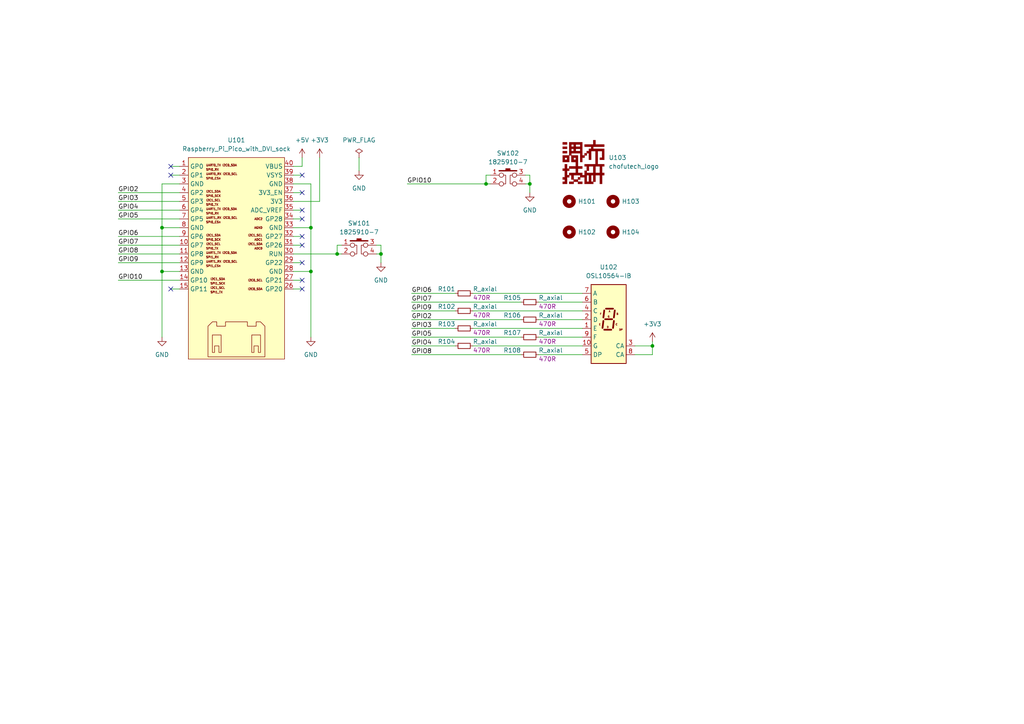
<source format=kicad_sch>
(kicad_sch (version 20211123) (generator eeschema)

  (uuid 1b20ee09-ff29-49bb-8b8d-e6cef60bdce9)

  (paper "A4")

  (title_block
    (title "handmade_kit")
  )

  (lib_symbols
    (symbol "00_custom_lib:1825910-7" (in_bom yes) (on_board yes)
      (property "Reference" "SW" (id 0) (at 0 5.08 0)
        (effects (font (size 1.27 1.27)))
      )
      (property "Value" "1825910-7" (id 1) (at 0 -3.81 0)
        (effects (font (size 1.27 1.27)) hide)
      )
      (property "Footprint" "00_custom_lib:TE_1825910-7" (id 2) (at 0 -6.35 0)
        (effects (font (size 1.27 1.27)) hide)
      )
      (property "Datasheet" "" (id 3) (at -5.08 1.27 0)
        (effects (font (size 1.27 1.27)) hide)
      )
      (property "ki_keywords" "tactile switch" (id 4) (at 0 0 0)
        (effects (font (size 1.27 1.27)) hide)
      )
      (property "ki_description" "tactile switch" (id 5) (at 0 0 0)
        (effects (font (size 1.27 1.27)) hide)
      )
      (symbol "1825910-7_0_1"
        (circle (center -1.905 -1.27) (radius 0.635)
          (stroke (width 0) (type default) (color 0 0 0 0))
          (fill (type none))
        )
        (circle (center -1.905 1.27) (radius 0.635)
          (stroke (width 0) (type default) (color 0 0 0 0))
          (fill (type none))
        )
        (rectangle (start -0.635 3.175) (end 0.635 2.54)
          (stroke (width 0) (type default) (color 0 0 0 0))
          (fill (type outline))
        )
        (polyline
          (pts
            (xy -1.27 1.27)
            (xy -0.635 1.27)
            (xy -0.635 -1.27)
            (xy -1.27 -1.27)
          )
          (stroke (width 0) (type default) (color 0 0 0 0))
          (fill (type none))
        )
        (polyline
          (pts
            (xy 1.27 -1.27)
            (xy 0.635 -1.27)
            (xy 0.635 1.27)
            (xy 1.27 1.27)
          )
          (stroke (width 0) (type default) (color 0 0 0 0))
          (fill (type none))
        )
        (circle (center 1.905 -1.27) (radius 0.635)
          (stroke (width 0) (type default) (color 0 0 0 0))
          (fill (type none))
        )
        (circle (center 1.905 1.27) (radius 0.635)
          (stroke (width 0) (type default) (color 0 0 0 0))
          (fill (type none))
        )
        (pin passive line (at -5.08 1.27 0) (length 2.54)
          (name "" (effects (font (size 1.27 1.27))))
          (number "1" (effects (font (size 1.27 1.27))))
        )
        (pin passive line (at -5.08 -1.27 0) (length 2.54)
          (name "" (effects (font (size 1.27 1.27))))
          (number "2" (effects (font (size 1.27 1.27))))
        )
        (pin passive line (at 5.08 1.27 180) (length 2.54)
          (name "" (effects (font (size 1.27 1.27))))
          (number "3" (effects (font (size 1.27 1.27))))
        )
        (pin passive line (at 5.08 -1.27 180) (length 2.54)
          (name "" (effects (font (size 1.27 1.27))))
          (number "4" (effects (font (size 1.27 1.27))))
        )
      )
      (symbol "1825910-7_1_0"
        (polyline
          (pts
            (xy 2.54 2.54)
            (xy -2.54 2.54)
          )
          (stroke (width 0.381) (type default) (color 0 0 0 0))
          (fill (type none))
        )
      )
    )
    (symbol "00_custom_lib:MountingHole_2.2mm_M2" (pin_names (offset 1.016)) (in_bom yes) (on_board yes)
      (property "Reference" "H" (id 0) (at 0 3.175 0)
        (effects (font (size 1.27 1.27)))
      )
      (property "Value" "MountingHole_2.2mm_M2" (id 1) (at 0 -3.175 0)
        (effects (font (size 1.27 1.27)) hide)
      )
      (property "Footprint" "" (id 2) (at 0 -5.715 0)
        (effects (font (size 1.27 1.27)) hide)
      )
      (property "Datasheet" "~" (id 3) (at 0 -8.255 0)
        (effects (font (size 1.27 1.27)) hide)
      )
      (property "ki_keywords" "mounting hole m2" (id 4) (at 0 0 0)
        (effects (font (size 1.27 1.27)) hide)
      )
      (property "ki_description" "Mounting Hole 2.2mm, no annular, M2" (id 5) (at 0 0 0)
        (effects (font (size 1.27 1.27)) hide)
      )
      (property "ki_fp_filters" "MountingHole*" (id 6) (at 0 0 0)
        (effects (font (size 1.27 1.27)) hide)
      )
      (symbol "MountingHole_2.2mm_M2_0_1"
        (circle (center 0 0) (radius 1.27)
          (stroke (width 1.27) (type default) (color 0 0 0 0))
          (fill (type none))
        )
      )
    )
    (symbol "00_custom_lib:OSL10564-IB" (in_bom yes) (on_board yes)
      (property "Reference" "U" (id 0) (at 0 12.7 0)
        (effects (font (size 1.27 1.27)))
      )
      (property "Value" "OSL10564-IB" (id 1) (at 0 -13.335 0)
        (effects (font (size 1.27 1.27)))
      )
      (property "Footprint" "" (id 2) (at 0 -12.7 0)
        (effects (font (size 1.27 1.27)) hide)
      )
      (property "Datasheet" "https://akizukidenshi.com/catalog/g/g112922" (id 3) (at 0 -15.875 0)
        (effects (font (size 1.27 1.27)) hide)
      )
      (property "ki_keywords" "display LED 7-segment" (id 4) (at 0 0 0)
        (effects (font (size 1.27 1.27)) hide)
      )
      (property "ki_description" "One digit 7 segment blue 470nm, 19mm x 12.6mm, Vf 3.3V, common anode" (id 5) (at 0 0 0)
        (effects (font (size 1.27 1.27)) hide)
      )
      (property "ki_fp_filters" "HDSP?7801*" (id 6) (at 0 0 0)
        (effects (font (size 1.27 1.27)) hide)
      )
      (symbol "OSL10564-IB_1_0"
        (text "A" (at 0.254 3.683 0)
          (effects (font (size 0.508 0.508)))
        )
        (text "B" (at 2.54 2.921 0)
          (effects (font (size 0.508 0.508)))
        )
        (text "C" (at 2.286 -0.127 0)
          (effects (font (size 0.508 0.508)))
        )
        (text "D" (at -0.254 -0.889 0)
          (effects (font (size 0.508 0.508)))
        )
        (text "DP" (at 3.556 -1.651 0)
          (effects (font (size 0.508 0.508)))
        )
        (text "E" (at -2.54 -0.127 0)
          (effects (font (size 0.508 0.508)))
        )
        (text "F" (at -2.286 2.921 0)
          (effects (font (size 0.508 0.508)))
        )
        (text "G" (at 0 2.159 0)
          (effects (font (size 0.508 0.508)))
        )
      )
      (symbol "OSL10564-IB_1_1"
        (rectangle (start -5.08 11.43) (end 5.08 -11.43)
          (stroke (width 0.254) (type default) (color 0 0 0 0))
          (fill (type background))
        )
        (polyline
          (pts
            (xy -1.524 0.889)
            (xy -1.778 -1.143)
          )
          (stroke (width 0.508) (type default) (color 0 0 0 0))
          (fill (type none))
        )
        (polyline
          (pts
            (xy -1.27 -1.651)
            (xy 0.762 -1.651)
          )
          (stroke (width 0.508) (type default) (color 0 0 0 0))
          (fill (type none))
        )
        (polyline
          (pts
            (xy -1.27 3.937)
            (xy -1.524 1.905)
          )
          (stroke (width 0.508) (type default) (color 0 0 0 0))
          (fill (type none))
        )
        (polyline
          (pts
            (xy -1.016 1.397)
            (xy 1.016 1.397)
          )
          (stroke (width 0.508) (type default) (color 0 0 0 0))
          (fill (type none))
        )
        (polyline
          (pts
            (xy -0.762 4.445)
            (xy 1.27 4.445)
          )
          (stroke (width 0.508) (type default) (color 0 0 0 0))
          (fill (type none))
        )
        (polyline
          (pts
            (xy 1.524 0.889)
            (xy 1.27 -1.143)
          )
          (stroke (width 0.508) (type default) (color 0 0 0 0))
          (fill (type none))
        )
        (polyline
          (pts
            (xy 1.778 3.937)
            (xy 1.524 1.905)
          )
          (stroke (width 0.508) (type default) (color 0 0 0 0))
          (fill (type none))
        )
        (polyline
          (pts
            (xy 2.54 -1.651)
            (xy 2.54 -1.651)
          )
          (stroke (width 0.508) (type default) (color 0 0 0 0))
          (fill (type none))
        )
        (pin input line (at -7.62 -1.27 0) (length 2.54)
          (name "E" (effects (font (size 1.27 1.27))))
          (number "1" (effects (font (size 1.27 1.27))))
        )
        (pin input line (at -7.62 -6.35 0) (length 2.54)
          (name "G" (effects (font (size 1.27 1.27))))
          (number "10" (effects (font (size 1.27 1.27))))
        )
        (pin input line (at -7.62 1.27 0) (length 2.54)
          (name "D" (effects (font (size 1.27 1.27))))
          (number "2" (effects (font (size 1.27 1.27))))
        )
        (pin input line (at 7.62 -6.35 180) (length 2.54)
          (name "CA" (effects (font (size 1.27 1.27))))
          (number "3" (effects (font (size 1.27 1.27))))
        )
        (pin input line (at -7.62 3.81 0) (length 2.54)
          (name "C" (effects (font (size 1.27 1.27))))
          (number "4" (effects (font (size 1.27 1.27))))
        )
        (pin input line (at -7.62 -8.89 0) (length 2.54)
          (name "DP" (effects (font (size 1.27 1.27))))
          (number "5" (effects (font (size 1.27 1.27))))
        )
        (pin input line (at -7.62 6.35 0) (length 2.54)
          (name "B" (effects (font (size 1.27 1.27))))
          (number "6" (effects (font (size 1.27 1.27))))
        )
        (pin input line (at -7.62 8.89 0) (length 2.54)
          (name "A" (effects (font (size 1.27 1.27))))
          (number "7" (effects (font (size 1.27 1.27))))
        )
        (pin input line (at 7.62 -8.89 180) (length 2.54)
          (name "CA" (effects (font (size 1.27 1.27))))
          (number "8" (effects (font (size 1.27 1.27))))
        )
        (pin input line (at -7.62 -3.81 0) (length 2.54)
          (name "F" (effects (font (size 1.27 1.27))))
          (number "9" (effects (font (size 1.27 1.27))))
        )
      )
    )
    (symbol "00_custom_lib:R_axial" (pin_numbers hide) (pin_names (offset 0.254) hide) (in_bom yes) (on_board yes)
      (property "Reference" "R" (id 0) (at 1.27 2.54 0)
        (effects (font (size 1.27 1.27)) (justify left))
      )
      (property "Value" "R_axial" (id 1) (at 1.27 0 0)
        (effects (font (size 1.27 1.27)) (justify left))
      )
      (property "Footprint" "" (id 2) (at 1.27 -5.08 0)
        (effects (font (size 1.27 1.27)) (justify left) hide)
      )
      (property "Datasheet" "~" (id 3) (at 1.27 -5.08 0)
        (effects (font (size 1.27 1.27)) (justify left) hide)
      )
      (property "Param" "0R" (id 4) (at 1.27 -2.54 0)
        (effects (font (size 1.27 1.27)) (justify left))
      )
      (property "ki_keywords" "R resistor smt" (id 5) (at 0 0 0)
        (effects (font (size 1.27 1.27)) hide)
      )
      (property "ki_description" "resistor THT, 1608metric, 0603imperial" (id 6) (at 0 0 0)
        (effects (font (size 1.27 1.27)) hide)
      )
      (property "ki_fp_filters" "R_*" (id 7) (at 0 0 0)
        (effects (font (size 1.27 1.27)) hide)
      )
      (symbol "R_axial_0_1"
        (rectangle (start -0.762 1.778) (end 0.762 -1.778)
          (stroke (width 0.2032) (type default) (color 0 0 0 0))
          (fill (type none))
        )
      )
      (symbol "R_axial_1_1"
        (pin passive line (at 0 2.54 270) (length 0.762)
          (name "~" (effects (font (size 1.27 1.27))))
          (number "1" (effects (font (size 1.27 1.27))))
        )
        (pin passive line (at 0 -2.54 90) (length 0.762)
          (name "~" (effects (font (size 1.27 1.27))))
          (number "2" (effects (font (size 1.27 1.27))))
        )
      )
    )
    (symbol "00_custom_lib:Raspberry_Pi_Pico_with_DVI_sock" (in_bom yes) (on_board yes)
      (property "Reference" "U" (id 0) (at 13.97 6.35 0)
        (effects (font (size 1.27 1.27)))
      )
      (property "Value" "Raspberry_Pi_Pico_with_DVI_sock" (id 1) (at 13.97 3.81 0)
        (effects (font (size 1.27 1.27)))
      )
      (property "Footprint" "00_custom_lib:Raspberry_Pi_Pico" (id 2) (at 13.335 -64.77 0)
        (effects (font (size 1.27 1.27)) hide)
      )
      (property "Datasheet" "https://akizukidenshi.com/catalog/g/gM-16132/" (id 3) (at 13.97 -67.31 0)
        (effects (font (size 1.27 1.27)) hide)
      )
      (property "ki_keywords" "RP2040 MCU eval board" (id 4) (at 0 0 0)
        (effects (font (size 1.27 1.27)) hide)
      )
      (property "ki_description" "RP2040 MCU eval board raspberry pi foundation with DVI sock" (id 5) (at 0 0 0)
        (effects (font (size 1.27 1.27)) hide)
      )
      (symbol "Raspberry_Pi_Pico_with_DVI_sock_0_0"
        (text "ADC0" (at 21.59 -24.13 0)
          (effects (font (size 0.6 0.6)) (justify right bottom))
        )
        (text "ADC1" (at 21.59 -21.59 0)
          (effects (font (size 0.6 0.6)) (justify right bottom))
        )
        (text "ADC2" (at 21.59 -15.24 0)
          (effects (font (size 0.6 0.6)) (justify right))
        )
        (text "AGND" (at 21.59 -17.78 0)
          (effects (font (size 0.6 0.6)) (justify right))
        )
        (text "I2C0_SCL" (at 21.59 -33.02 0)
          (effects (font (size 0.6 0.6)) (justify right))
        )
        (text "I2C0_SDA" (at 21.59 -35.56 0)
          (effects (font (size 0.6 0.6)) (justify right))
        )
        (text "I2C1_SCL" (at 5.08 -22.86 0)
          (effects (font (size 0.6 0.6)) (justify left bottom))
        )
        (text "I2C1_SCL" (at 5.08 -10.16 0)
          (effects (font (size 0.6 0.6)) (justify left bottom))
        )
        (text "I2C1_SCL" (at 6.35 -35.56 0)
          (effects (font (size 0.6 0.6)) (justify left bottom))
        )
        (text "I2C1_SCL" (at 21.59 -20.32 0)
          (effects (font (size 0.6 0.6)) (justify right bottom))
        )
        (text "I2C1_SDA" (at 5.08 -20.32 0)
          (effects (font (size 0.6 0.6)) (justify left bottom))
        )
        (text "I2C1_SDA" (at 5.08 -7.62 0)
          (effects (font (size 0.6 0.6)) (justify left bottom))
        )
        (text "I2C1_SDA" (at 6.35 -33.02 0)
          (effects (font (size 0.6 0.6)) (justify left bottom))
        )
        (text "I2C1_SDA" (at 21.59 -22.86 0)
          (effects (font (size 0.6 0.6)) (justify right bottom))
        )
        (text "SPI0_CSn" (at 5.08 -16.51 0)
          (effects (font (size 0.6 0.6)) (justify left bottom))
        )
        (text "SPI0_CSn" (at 5.08 -3.81 0)
          (effects (font (size 0.6 0.6)) (justify left bottom))
        )
        (text "SPI0_RX" (at 5.08 -13.97 0)
          (effects (font (size 0.6 0.6)) (justify left bottom))
        )
        (text "SPI0_RX" (at 5.08 -1.27 0)
          (effects (font (size 0.6 0.6)) (justify left bottom))
        )
        (text "SPI0_SCK" (at 5.08 -21.59 0)
          (effects (font (size 0.6 0.6)) (justify left bottom))
        )
        (text "SPI0_SCK" (at 5.08 -8.89 0)
          (effects (font (size 0.6 0.6)) (justify left bottom))
        )
        (text "SPI0_TX" (at 5.08 -24.13 0)
          (effects (font (size 0.6 0.6)) (justify left bottom))
        )
        (text "SPI0_TX" (at 5.08 -11.43 0)
          (effects (font (size 0.6 0.6)) (justify left bottom))
        )
        (text "SPI1_CSn" (at 5.08 -29.21 0)
          (effects (font (size 0.6 0.6)) (justify left bottom))
        )
        (text "SPI1_RX" (at 5.08 -26.67 0)
          (effects (font (size 0.6 0.6)) (justify left bottom))
        )
        (text "SPI1_SCK" (at 6.35 -34.29 0)
          (effects (font (size 0.6 0.6)) (justify left bottom))
        )
        (text "SPI1_TX" (at 6.35 -36.83 0)
          (effects (font (size 0.6 0.6)) (justify left bottom))
        )
        (text "UART0_RX I2C0_SCL" (at 5.08 -2.54 0)
          (effects (font (size 0.6 0.6)) (justify left bottom))
        )
        (text "UART0_TX I2C0_SDA" (at 5.08 0 0)
          (effects (font (size 0.6 0.6)) (justify left bottom))
        )
        (text "UART1_RX I2C0_SCL" (at 5.08 -27.94 0)
          (effects (font (size 0.6 0.6)) (justify left bottom))
        )
        (text "UART1_RX I2C0_SCL" (at 5.08 -15.24 0)
          (effects (font (size 0.6 0.6)) (justify left bottom))
        )
        (text "UART1_TX I2C0_SDA" (at 5.08 -25.4 0)
          (effects (font (size 0.6 0.6)) (justify left bottom))
        )
        (text "UART1_TX I2C0_SDA" (at 5.08 -12.7 0)
          (effects (font (size 0.6 0.6)) (justify left bottom))
        )
      )
      (symbol "Raspberry_Pi_Pico_with_DVI_sock_0_1"
        (polyline
          (pts
            (xy 6.985 -48.895)
            (xy 6.985 -53.975)
            (xy 7.62 -53.975)
            (xy 7.62 -52.07)
            (xy 8.89 -52.07)
            (xy 8.89 -53.975)
            (xy 9.525 -53.975)
            (xy 9.525 -48.895)
            (xy 6.985 -48.895)
          )
          (stroke (width 0) (type default) (color 0 0 0 0))
          (fill (type none))
        )
        (polyline
          (pts
            (xy 18.415 -48.895)
            (xy 18.415 -53.975)
            (xy 19.05 -53.975)
            (xy 19.05 -52.07)
            (xy 20.32 -52.07)
            (xy 20.32 -53.975)
            (xy 20.955 -53.975)
            (xy 20.955 -48.895)
            (xy 18.415 -48.895)
          )
          (stroke (width 0) (type default) (color 0 0 0 0))
          (fill (type none))
        )
        (polyline
          (pts
            (xy 22.225 -55.245)
            (xy 5.715 -55.245)
            (xy 5.715 -46.355)
            (xy 6.985 -45.085)
            (xy 8.255 -45.085)
            (xy 8.255 -46.355)
            (xy 10.795 -46.355)
            (xy 10.795 -45.085)
            (xy 17.145 -45.085)
            (xy 17.145 -46.355)
            (xy 19.685 -46.355)
            (xy 19.685 -45.085)
            (xy 20.955 -45.085)
            (xy 22.225 -46.355)
            (xy 22.225 -55.245)
          )
          (stroke (width 0) (type default) (color 0 0 0 0))
          (fill (type none))
        )
        (rectangle (start 0 2.54) (end 27.94 -55.88)
          (stroke (width 0) (type default) (color 0 0 0 0))
          (fill (type background))
        )
      )
      (symbol "Raspberry_Pi_Pico_with_DVI_sock_1_1"
        (pin passive line (at -2.54 0 0) (length 2.54)
          (name "GP0" (effects (font (size 1.27 1.27))))
          (number "1" (effects (font (size 1.27 1.27))))
        )
        (pin passive line (at -2.54 -22.86 0) (length 2.54)
          (name "GP7" (effects (font (size 1.27 1.27))))
          (number "10" (effects (font (size 1.27 1.27))))
        )
        (pin passive line (at -2.54 -25.4 0) (length 2.54)
          (name "GP8" (effects (font (size 1.27 1.27))))
          (number "11" (effects (font (size 1.27 1.27))))
        )
        (pin passive line (at -2.54 -27.94 0) (length 2.54)
          (name "GP9" (effects (font (size 1.27 1.27))))
          (number "12" (effects (font (size 1.27 1.27))))
        )
        (pin power_in line (at -2.54 -30.48 0) (length 2.54)
          (name "GND" (effects (font (size 1.27 1.27))))
          (number "13" (effects (font (size 1.27 1.27))))
        )
        (pin passive line (at -2.54 -33.02 0) (length 2.54)
          (name "GP10" (effects (font (size 1.27 1.27))))
          (number "14" (effects (font (size 1.27 1.27))))
        )
        (pin passive line (at -2.54 -35.56 0) (length 2.54)
          (name "GP11" (effects (font (size 1.27 1.27))))
          (number "15" (effects (font (size 1.27 1.27))))
        )
        (pin passive line (at -2.54 -2.54 0) (length 2.54)
          (name "GP1" (effects (font (size 1.27 1.27))))
          (number "2" (effects (font (size 1.27 1.27))))
        )
        (pin passive line (at 30.48 -35.56 180) (length 2.54)
          (name "GP20" (effects (font (size 1.27 1.27))))
          (number "26" (effects (font (size 1.27 1.27))))
        )
        (pin passive line (at 30.48 -33.02 180) (length 2.54)
          (name "GP21" (effects (font (size 1.27 1.27))))
          (number "27" (effects (font (size 1.27 1.27))))
        )
        (pin power_in line (at 30.48 -30.48 180) (length 2.54)
          (name "GND" (effects (font (size 1.27 1.27))))
          (number "28" (effects (font (size 1.27 1.27))))
        )
        (pin passive line (at 30.48 -27.94 180) (length 2.54)
          (name "GP22" (effects (font (size 1.27 1.27))))
          (number "29" (effects (font (size 1.27 1.27))))
        )
        (pin power_in line (at -2.54 -5.08 0) (length 2.54)
          (name "GND" (effects (font (size 1.27 1.27))))
          (number "3" (effects (font (size 1.27 1.27))))
        )
        (pin passive line (at 30.48 -25.4 180) (length 2.54)
          (name "RUN" (effects (font (size 1.27 1.27))))
          (number "30" (effects (font (size 1.27 1.27))))
        )
        (pin passive line (at 30.48 -22.86 180) (length 2.54)
          (name "GP26" (effects (font (size 1.27 1.27))))
          (number "31" (effects (font (size 1.27 1.27))))
        )
        (pin passive line (at 30.48 -20.32 180) (length 2.54)
          (name "GP27" (effects (font (size 1.27 1.27))))
          (number "32" (effects (font (size 1.27 1.27))))
        )
        (pin power_in line (at 30.48 -17.78 180) (length 2.54)
          (name "GND" (effects (font (size 1.27 1.27))))
          (number "33" (effects (font (size 1.27 1.27))))
        )
        (pin passive line (at 30.48 -15.24 180) (length 2.54)
          (name "GP28" (effects (font (size 1.27 1.27))))
          (number "34" (effects (font (size 1.27 1.27))))
        )
        (pin passive line (at 30.48 -12.7 180) (length 2.54)
          (name "ADC_VREF" (effects (font (size 1.27 1.27))))
          (number "35" (effects (font (size 1.27 1.27))))
        )
        (pin power_out line (at 30.48 -10.16 180) (length 2.54)
          (name "3V3" (effects (font (size 1.27 1.27))))
          (number "36" (effects (font (size 1.27 1.27))))
        )
        (pin passive line (at 30.48 -7.62 180) (length 2.54)
          (name "3V3_EN" (effects (font (size 1.27 1.27))))
          (number "37" (effects (font (size 1.27 1.27))))
        )
        (pin power_in line (at 30.48 -5.08 180) (length 2.54)
          (name "GND" (effects (font (size 1.27 1.27))))
          (number "38" (effects (font (size 1.27 1.27))))
        )
        (pin power_in line (at 30.48 -2.54 180) (length 2.54)
          (name "VSYS" (effects (font (size 1.27 1.27))))
          (number "39" (effects (font (size 1.27 1.27))))
        )
        (pin passive line (at -2.54 -7.62 0) (length 2.54)
          (name "GP2" (effects (font (size 1.27 1.27))))
          (number "4" (effects (font (size 1.27 1.27))))
        )
        (pin power_out line (at 30.48 0 180) (length 2.54)
          (name "VBUS" (effects (font (size 1.27 1.27))))
          (number "40" (effects (font (size 1.27 1.27))))
        )
        (pin passive line (at -2.54 -10.16 0) (length 2.54)
          (name "GP3" (effects (font (size 1.27 1.27))))
          (number "5" (effects (font (size 1.27 1.27))))
        )
        (pin passive line (at -2.54 -12.7 0) (length 2.54)
          (name "GP4" (effects (font (size 1.27 1.27))))
          (number "6" (effects (font (size 1.27 1.27))))
        )
        (pin passive line (at -2.54 -15.24 0) (length 2.54)
          (name "GP5" (effects (font (size 1.27 1.27))))
          (number "7" (effects (font (size 1.27 1.27))))
        )
        (pin power_in line (at -2.54 -17.78 0) (length 2.54)
          (name "GND" (effects (font (size 1.27 1.27))))
          (number "8" (effects (font (size 1.27 1.27))))
        )
        (pin passive line (at -2.54 -20.32 0) (length 2.54)
          (name "GP6" (effects (font (size 1.27 1.27))))
          (number "9" (effects (font (size 1.27 1.27))))
        )
      )
    )
    (symbol "00_custom_lib:chofutech_logo" (in_bom yes) (on_board yes)
      (property "Reference" "U" (id 0) (at 0 9.525 0)
        (effects (font (size 1.27 1.27)))
      )
      (property "Value" "chofutech_logo" (id 1) (at 0 7.62 0)
        (effects (font (size 1.27 1.27)))
      )
      (property "Footprint" "" (id 2) (at -6.35 0 0)
        (effects (font (size 1.27 1.27)) hide)
      )
      (property "Datasheet" "" (id 3) (at -6.35 0 0)
        (effects (font (size 1.27 1.27)) hide)
      )
      (property "ki_keywords" "Chofutech Logo" (id 4) (at 0 0 0)
        (effects (font (size 1.27 1.27)) hide)
      )
      (property "ki_description" "Chofutech Logo" (id 5) (at 0 0 0)
        (effects (font (size 1.27 1.27)) hide)
      )
      (symbol "chofutech_logo_0_1"
        (polyline
          (pts
            (xy -5.715 3.175)
            (xy -5.715 2.54)
            (xy -4.445 2.54)
            (xy -4.445 3.175)
            (xy -5.715 3.175)
          )
          (stroke (width 0.0013) (type default) (color 0 0 0 0))
          (fill (type outline))
        )
        (polyline
          (pts
            (xy -5.715 4.445)
            (xy -5.715 3.81)
            (xy -4.445 3.81)
            (xy -4.445 4.445)
            (xy -5.715 4.445)
          )
          (stroke (width 0.0013) (type default) (color 0 0 0 0))
          (fill (type outline))
        )
        (polyline
          (pts
            (xy -5.715 5.715)
            (xy -5.715 5.08)
            (xy -4.445 5.08)
            (xy -4.445 5.715)
            (xy -5.715 5.715)
          )
          (stroke (width 0.0013) (type default) (color 0 0 0 0))
          (fill (type outline))
        )
        (polyline
          (pts
            (xy -3.81 5.715)
            (xy -3.81 4.445)
            (xy -3.175 4.445)
            (xy -3.175 5.08)
            (xy -2.54 5.08)
            (xy -2.54 4.445)
            (xy -3.81 4.445)
            (xy -3.81 3.175)
            (xy -3.175 3.175)
            (xy -3.175 3.81)
            (xy -2.54 3.81)
            (xy -2.54 3.175)
            (xy -3.81 3.175)
            (xy -3.81 1.905)
            (xy -5.715 1.905)
            (xy -5.715 0)
            (xy -3.81 0)
            (xy -3.81 1.27)
            (xy -4.445 1.27)
            (xy -4.445 0.635)
            (xy -5.08 0.635)
            (xy -5.08 1.27)
            (xy -3.81 1.27)
            (xy -3.81 1.905)
            (xy -3.175 1.905)
            (xy -3.175 2.54)
            (xy -1.905 2.54)
            (xy -1.905 5.08)
            (xy -0.635 5.08)
            (xy -0.635 4.445)
            (xy -1.905 4.445)
            (xy -1.905 3.81)
            (xy -0.635 3.81)
            (xy -0.635 3.175)
            (xy -1.905 3.175)
            (xy -1.905 2.54)
            (xy -0.635 2.54)
            (xy -0.635 0)
            (xy 0 0)
            (xy 0 1.27)
            (xy 0.635 1.27)
            (xy 0.635 1.905)
            (xy 1.27 1.905)
            (xy 1.27 2.54)
            (xy 1.905 2.54)
            (xy 1.905 0.635)
            (xy 2.54 0.635)
            (xy 2.54 3.175)
            (xy 3.81 3.175)
            (xy 3.81 -1.27)
            (xy 5.08 -1.27)
            (xy 5.08 -3.175)
            (xy 3.81 -3.175)
            (xy 3.81 -1.27)
            (xy 3.175 -1.27)
            (xy 3.175 -3.175)
            (xy 1.27 -3.175)
            (xy 1.27 -2.54)
            (xy 1.905 -2.54)
            (xy 1.905 -1.27)
            (xy 3.81 -1.27)
            (xy 3.81 -0.635)
            (xy 0.635 -0.635)
            (xy 0.635 -1.27)
            (xy 1.27 -1.27)
            (xy 1.27 -2.54)
            (xy 0.635 -2.54)
            (xy 0.635 -3.81)
            (xy 1.905 -3.81)
            (xy 1.905 -5.715)
            (xy 2.54 -5.715)
            (xy 2.54 -3.81)
            (xy 3.175 -3.81)
            (xy 3.175 -5.715)
            (xy 1.27 -5.715)
            (xy 1.27 -3.81)
            (xy 0 -3.81)
            (xy 0 -3.175)
            (xy -1.27 -3.175)
            (xy -1.27 -1.905)
            (xy 0 -1.905)
            (xy 0 -1.27)
            (xy -1.27 -1.27)
            (xy -1.27 1.905)
            (xy -3.175 1.905)
            (xy -3.175 0)
            (xy -1.905 0)
            (xy -1.905 0.635)
            (xy -2.54 0.635)
            (xy -2.54 1.27)
            (xy -1.905 1.27)
            (xy -1.905 -1.27)
            (xy -3.81 -1.27)
            (xy -3.81 -1.905)
            (xy -1.905 -1.905)
            (xy -1.905 -3.175)
            (xy -3.81 -3.175)
            (xy -3.81 -3.81)
            (xy -4.445 -3.81)
            (xy -4.445 -3.175)
            (xy -4.445 -2.54)
            (xy -3.81 -2.54)
            (xy -3.81 -1.905)
            (xy -4.445 -1.905)
            (xy -4.445 -0.635)
            (xy -5.08 -0.635)
            (xy -5.08 -1.905)
            (xy -5.715 -1.905)
            (xy -5.715 -2.54)
            (xy -5.08 -2.54)
            (xy -5.08 -4.445)
            (xy -5.715 -4.445)
            (xy -5.715 -5.08)
            (xy -5.08 -5.08)
            (xy -5.08 -5.715)
            (xy -5.715 -5.715)
            (xy -5.715 -6.35)
            (xy -4.445 -6.35)
            (xy -4.445 -4.445)
            (xy -3.81 -4.445)
            (xy -3.81 -3.81)
            (xy -3.175 -3.81)
            (xy -3.175 -5.08)
            (xy -2.54 -5.08)
            (xy -2.54 -3.81)
            (xy -0.635 -3.81)
            (xy -0.635 -4.445)
            (xy -1.27 -4.445)
            (xy -1.27 -5.08)
            (xy -2.54 -5.08)
            (xy -2.54 -5.715)
            (xy -3.81 -5.715)
            (xy -3.81 -6.35)
            (xy -2.54 -6.35)
            (xy -2.54 -5.715)
            (xy -1.27 -5.715)
            (xy -1.27 -6.35)
            (xy 0 -6.35)
            (xy 0 -5.715)
            (xy -1.27 -5.715)
            (xy -1.27 -5.08)
            (xy -0.635 -5.08)
            (xy -0.635 -4.445)
            (xy 0.635 -4.445)
            (xy 0.635 -6.35)
            (xy 3.175 -6.35)
            (xy 3.175 -5.715)
            (xy 3.81 -5.715)
            (xy 3.81 -3.81)
            (xy 5.08 -3.81)
            (xy 5.08 -6.35)
            (xy 5.715 -6.35)
            (xy 5.715 -3.81)
            (xy 6.35 -3.81)
            (xy 6.35 -3.175)
            (xy 5.715 -3.175)
            (xy 5.715 -1.27)
            (xy 6.35 -1.27)
            (xy 6.35 -0.635)
            (xy 4.445 -0.635)
            (xy 4.445 3.175)
            (xy 5.715 3.175)
            (xy 5.715 1.27)
            (xy 5.08 1.27)
            (xy 5.08 0.635)
            (xy 6.35 0.635)
            (xy 6.35 3.81)
            (xy 3.175 3.81)
            (xy 3.175 4.445)
            (xy 6.35 4.445)
            (xy 6.35 5.08)
            (xy 3.81 5.08)
            (xy 3.81 6.35)
            (xy 3.175 6.35)
            (xy 3.175 5.08)
            (xy 0.635 5.08)
            (xy 0.635 4.445)
            (xy 2.54 4.445)
            (xy 2.54 3.81)
            (xy 1.905 3.81)
            (xy 1.905 3.175)
            (xy 1.27 3.175)
            (xy 1.27 2.54)
            (xy 0.635 2.54)
            (xy 0.635 1.905)
            (xy 0 1.905)
            (xy 0 5.715)
            (xy -3.81 5.715)
          )
          (stroke (width 0.0013) (type default) (color 0 0 0 0))
          (fill (type outline))
        )
      )
    )
    (symbol "1825910-7_1" (in_bom yes) (on_board yes)
      (property "Reference" "SW" (id 0) (at 0 5.08 0)
        (effects (font (size 1.27 1.27)))
      )
      (property "Value" "1825910-7_1" (id 1) (at 0 -3.81 0)
        (effects (font (size 1.27 1.27)) hide)
      )
      (property "Footprint" "00_custom_lib:TE_1825910-7" (id 2) (at 0 -6.35 0)
        (effects (font (size 1.27 1.27)) hide)
      )
      (property "Datasheet" "" (id 3) (at -5.08 1.27 0)
        (effects (font (size 1.27 1.27)) hide)
      )
      (property "ki_keywords" "tactile switch" (id 4) (at 0 0 0)
        (effects (font (size 1.27 1.27)) hide)
      )
      (property "ki_description" "tactile switch" (id 5) (at 0 0 0)
        (effects (font (size 1.27 1.27)) hide)
      )
      (symbol "1825910-7_1_0_1"
        (circle (center -1.905 -1.27) (radius 0.635)
          (stroke (width 0) (type default) (color 0 0 0 0))
          (fill (type none))
        )
        (circle (center -1.905 1.27) (radius 0.635)
          (stroke (width 0) (type default) (color 0 0 0 0))
          (fill (type none))
        )
        (rectangle (start -0.635 3.175) (end 0.635 2.54)
          (stroke (width 0) (type default) (color 0 0 0 0))
          (fill (type outline))
        )
        (polyline
          (pts
            (xy -1.27 1.27)
            (xy -0.635 1.27)
            (xy -0.635 -1.27)
            (xy -1.27 -1.27)
          )
          (stroke (width 0) (type default) (color 0 0 0 0))
          (fill (type none))
        )
        (polyline
          (pts
            (xy 1.27 -1.27)
            (xy 0.635 -1.27)
            (xy 0.635 1.27)
            (xy 1.27 1.27)
          )
          (stroke (width 0) (type default) (color 0 0 0 0))
          (fill (type none))
        )
        (circle (center 1.905 -1.27) (radius 0.635)
          (stroke (width 0) (type default) (color 0 0 0 0))
          (fill (type none))
        )
        (circle (center 1.905 1.27) (radius 0.635)
          (stroke (width 0) (type default) (color 0 0 0 0))
          (fill (type none))
        )
        (pin passive line (at -5.08 1.27 0) (length 2.54)
          (name "" (effects (font (size 1.27 1.27))))
          (number "1" (effects (font (size 1.27 1.27))))
        )
        (pin passive line (at -5.08 -1.27 0) (length 2.54)
          (name "" (effects (font (size 1.27 1.27))))
          (number "2" (effects (font (size 1.27 1.27))))
        )
        (pin passive line (at 5.08 1.27 180) (length 2.54)
          (name "" (effects (font (size 1.27 1.27))))
          (number "3" (effects (font (size 1.27 1.27))))
        )
        (pin passive line (at 5.08 -1.27 180) (length 2.54)
          (name "" (effects (font (size 1.27 1.27))))
          (number "4" (effects (font (size 1.27 1.27))))
        )
      )
      (symbol "1825910-7_1_1_0"
        (polyline
          (pts
            (xy 2.54 2.54)
            (xy -2.54 2.54)
          )
          (stroke (width 0.381) (type default) (color 0 0 0 0))
          (fill (type none))
        )
      )
    )
    (symbol "power:+3V3" (power) (pin_names (offset 0)) (in_bom yes) (on_board yes)
      (property "Reference" "#PWR" (id 0) (at 0 -3.81 0)
        (effects (font (size 1.27 1.27)) hide)
      )
      (property "Value" "+3V3" (id 1) (at 0 3.556 0)
        (effects (font (size 1.27 1.27)))
      )
      (property "Footprint" "" (id 2) (at 0 0 0)
        (effects (font (size 1.27 1.27)) hide)
      )
      (property "Datasheet" "" (id 3) (at 0 0 0)
        (effects (font (size 1.27 1.27)) hide)
      )
      (property "ki_keywords" "global power" (id 4) (at 0 0 0)
        (effects (font (size 1.27 1.27)) hide)
      )
      (property "ki_description" "Power symbol creates a global label with name \"+3V3\"" (id 5) (at 0 0 0)
        (effects (font (size 1.27 1.27)) hide)
      )
      (symbol "+3V3_0_1"
        (polyline
          (pts
            (xy -0.762 1.27)
            (xy 0 2.54)
          )
          (stroke (width 0) (type default) (color 0 0 0 0))
          (fill (type none))
        )
        (polyline
          (pts
            (xy 0 0)
            (xy 0 2.54)
          )
          (stroke (width 0) (type default) (color 0 0 0 0))
          (fill (type none))
        )
        (polyline
          (pts
            (xy 0 2.54)
            (xy 0.762 1.27)
          )
          (stroke (width 0) (type default) (color 0 0 0 0))
          (fill (type none))
        )
      )
      (symbol "+3V3_1_1"
        (pin power_in line (at 0 0 90) (length 0) hide
          (name "+3V3" (effects (font (size 1.27 1.27))))
          (number "1" (effects (font (size 1.27 1.27))))
        )
      )
    )
    (symbol "power:+5V" (power) (pin_names (offset 0)) (in_bom yes) (on_board yes)
      (property "Reference" "#PWR" (id 0) (at 0 -3.81 0)
        (effects (font (size 1.27 1.27)) hide)
      )
      (property "Value" "+5V" (id 1) (at 0 3.556 0)
        (effects (font (size 1.27 1.27)))
      )
      (property "Footprint" "" (id 2) (at 0 0 0)
        (effects (font (size 1.27 1.27)) hide)
      )
      (property "Datasheet" "" (id 3) (at 0 0 0)
        (effects (font (size 1.27 1.27)) hide)
      )
      (property "ki_keywords" "global power" (id 4) (at 0 0 0)
        (effects (font (size 1.27 1.27)) hide)
      )
      (property "ki_description" "Power symbol creates a global label with name \"+5V\"" (id 5) (at 0 0 0)
        (effects (font (size 1.27 1.27)) hide)
      )
      (symbol "+5V_0_1"
        (polyline
          (pts
            (xy -0.762 1.27)
            (xy 0 2.54)
          )
          (stroke (width 0) (type default) (color 0 0 0 0))
          (fill (type none))
        )
        (polyline
          (pts
            (xy 0 0)
            (xy 0 2.54)
          )
          (stroke (width 0) (type default) (color 0 0 0 0))
          (fill (type none))
        )
        (polyline
          (pts
            (xy 0 2.54)
            (xy 0.762 1.27)
          )
          (stroke (width 0) (type default) (color 0 0 0 0))
          (fill (type none))
        )
      )
      (symbol "+5V_1_1"
        (pin power_in line (at 0 0 90) (length 0) hide
          (name "+5V" (effects (font (size 1.27 1.27))))
          (number "1" (effects (font (size 1.27 1.27))))
        )
      )
    )
    (symbol "power:GND" (power) (pin_names (offset 0)) (in_bom yes) (on_board yes)
      (property "Reference" "#PWR" (id 0) (at 0 -6.35 0)
        (effects (font (size 1.27 1.27)) hide)
      )
      (property "Value" "GND" (id 1) (at 0 -3.81 0)
        (effects (font (size 1.27 1.27)))
      )
      (property "Footprint" "" (id 2) (at 0 0 0)
        (effects (font (size 1.27 1.27)) hide)
      )
      (property "Datasheet" "" (id 3) (at 0 0 0)
        (effects (font (size 1.27 1.27)) hide)
      )
      (property "ki_keywords" "global power" (id 4) (at 0 0 0)
        (effects (font (size 1.27 1.27)) hide)
      )
      (property "ki_description" "Power symbol creates a global label with name \"GND\" , ground" (id 5) (at 0 0 0)
        (effects (font (size 1.27 1.27)) hide)
      )
      (symbol "GND_0_1"
        (polyline
          (pts
            (xy 0 0)
            (xy 0 -1.27)
            (xy 1.27 -1.27)
            (xy 0 -2.54)
            (xy -1.27 -1.27)
            (xy 0 -1.27)
          )
          (stroke (width 0) (type default) (color 0 0 0 0))
          (fill (type none))
        )
      )
      (symbol "GND_1_1"
        (pin power_in line (at 0 0 270) (length 0) hide
          (name "GND" (effects (font (size 1.27 1.27))))
          (number "1" (effects (font (size 1.27 1.27))))
        )
      )
    )
    (symbol "power:PWR_FLAG" (power) (pin_numbers hide) (pin_names (offset 0) hide) (in_bom yes) (on_board yes)
      (property "Reference" "#FLG" (id 0) (at 0 1.905 0)
        (effects (font (size 1.27 1.27)) hide)
      )
      (property "Value" "PWR_FLAG" (id 1) (at 0 3.81 0)
        (effects (font (size 1.27 1.27)))
      )
      (property "Footprint" "" (id 2) (at 0 0 0)
        (effects (font (size 1.27 1.27)) hide)
      )
      (property "Datasheet" "~" (id 3) (at 0 0 0)
        (effects (font (size 1.27 1.27)) hide)
      )
      (property "ki_keywords" "flag power" (id 4) (at 0 0 0)
        (effects (font (size 1.27 1.27)) hide)
      )
      (property "ki_description" "Special symbol for telling ERC where power comes from" (id 5) (at 0 0 0)
        (effects (font (size 1.27 1.27)) hide)
      )
      (symbol "PWR_FLAG_0_0"
        (pin power_out line (at 0 0 90) (length 0)
          (name "pwr" (effects (font (size 1.27 1.27))))
          (number "1" (effects (font (size 1.27 1.27))))
        )
      )
      (symbol "PWR_FLAG_0_1"
        (polyline
          (pts
            (xy 0 0)
            (xy 0 1.27)
            (xy -1.016 1.905)
            (xy 0 2.54)
            (xy 1.016 1.905)
            (xy 0 1.27)
          )
          (stroke (width 0) (type default) (color 0 0 0 0))
          (fill (type none))
        )
      )
    )
  )

  (junction (at 189.23 100.33) (diameter 0) (color 0 0 0 0)
    (uuid 0620b0b2-c7b0-4c12-a552-7aa8041c7962)
  )
  (junction (at 140.97 53.34) (diameter 0) (color 0 0 0 0)
    (uuid 1daa6c5b-8fe6-4836-bf4c-2df54206462c)
  )
  (junction (at 46.99 78.74) (diameter 0) (color 0 0 0 0)
    (uuid 6f12f2b6-ffb8-4997-9d87-87b982ecd31d)
  )
  (junction (at 90.17 78.74) (diameter 0) (color 0 0 0 0)
    (uuid a0399def-3efd-47c0-bd5b-f7d1c6cca37e)
  )
  (junction (at 90.17 66.04) (diameter 0) (color 0 0 0 0)
    (uuid c2ef612c-2c87-415e-8c56-59340bc4a17f)
  )
  (junction (at 110.49 73.66) (diameter 0) (color 0 0 0 0)
    (uuid cffbc8c6-a5e2-41fd-8eb7-39d35e552244)
  )
  (junction (at 97.79 73.66) (diameter 0) (color 0 0 0 0)
    (uuid d12e6951-cc11-4df3-bafd-9e40a2c13e22)
  )
  (junction (at 46.99 66.04) (diameter 0) (color 0 0 0 0)
    (uuid d2cc6286-07d3-4536-b705-61a38b3ff1be)
  )
  (junction (at 153.67 53.34) (diameter 0) (color 0 0 0 0)
    (uuid f7e5d356-07ab-4e26-b660-1f9e2bdf3af3)
  )

  (no_connect (at 87.63 83.82) (uuid 01d033df-a8c9-4161-a6b3-469d13fb29b4))
  (no_connect (at 87.63 81.28) (uuid 01d033df-a8c9-4161-a6b3-469d13fb29b5))
  (no_connect (at 87.63 76.2) (uuid 01d033df-a8c9-4161-a6b3-469d13fb29b6))
  (no_connect (at 49.53 50.8) (uuid 3afb84ce-2469-4b1f-8ae0-14ac55268a03))
  (no_connect (at 49.53 48.26) (uuid 5bb19262-a073-4154-a7aa-6efd3aed657c))
  (no_connect (at 87.63 55.88) (uuid 5d64d5c4-00f0-41d4-bade-58a49e358cbf))
  (no_connect (at 87.63 60.96) (uuid 8f5e270c-473e-42a6-a9fc-cbde36bc73d3))
  (no_connect (at 87.63 63.5) (uuid 8f5e270c-473e-42a6-a9fc-cbde36bc73d4))
  (no_connect (at 87.63 68.58) (uuid 8f5e270c-473e-42a6-a9fc-cbde36bc73d5))
  (no_connect (at 87.63 71.12) (uuid 8f5e270c-473e-42a6-a9fc-cbde36bc73d6))
  (no_connect (at 49.53 83.82) (uuid 960a26a0-f346-4e1e-80b5-58698025df61))
  (no_connect (at 87.63 50.8) (uuid ac6d4abb-5313-4db1-b383-9e6fd4658dd3))

  (wire (pts (xy 140.97 53.34) (xy 142.24 53.34))
    (stroke (width 0) (type default) (color 0 0 0 0))
    (uuid 01059cff-2151-4925-abad-5f7d6f8a6345)
  )
  (wire (pts (xy 189.23 100.33) (xy 189.23 99.06))
    (stroke (width 0) (type default) (color 0 0 0 0))
    (uuid 0608ed77-f322-46f3-b51f-286dd5ab9331)
  )
  (wire (pts (xy 46.99 78.74) (xy 46.99 97.79))
    (stroke (width 0) (type default) (color 0 0 0 0))
    (uuid 0901b048-36fe-4f12-a81d-d788c9cd2107)
  )
  (wire (pts (xy 137.16 95.25) (xy 168.91 95.25))
    (stroke (width 0) (type default) (color 0 0 0 0))
    (uuid 105eda41-8e0e-4cc5-bd24-fe8056872995)
  )
  (wire (pts (xy 46.99 53.34) (xy 46.99 66.04))
    (stroke (width 0) (type default) (color 0 0 0 0))
    (uuid 14869bc7-a399-4902-864e-4e563f3d4793)
  )
  (wire (pts (xy 153.67 53.34) (xy 153.67 55.88))
    (stroke (width 0) (type default) (color 0 0 0 0))
    (uuid 1bf76969-2e71-4f5c-b528-7c500a7c510b)
  )
  (wire (pts (xy 137.16 90.17) (xy 168.91 90.17))
    (stroke (width 0) (type default) (color 0 0 0 0))
    (uuid 240816ad-583c-4f86-a300-91e6ef060eac)
  )
  (wire (pts (xy 140.97 50.8) (xy 140.97 53.34))
    (stroke (width 0) (type default) (color 0 0 0 0))
    (uuid 25f23f86-ec4f-4616-8525-0cb2cc3a0e36)
  )
  (wire (pts (xy 184.15 102.87) (xy 189.23 102.87))
    (stroke (width 0) (type default) (color 0 0 0 0))
    (uuid 2714b232-c14a-492d-8672-65587cd92628)
  )
  (wire (pts (xy 97.79 73.66) (xy 99.06 73.66))
    (stroke (width 0) (type default) (color 0 0 0 0))
    (uuid 2d3d309b-2805-400a-a7af-88c95607460e)
  )
  (wire (pts (xy 153.67 50.8) (xy 152.4 50.8))
    (stroke (width 0) (type default) (color 0 0 0 0))
    (uuid 34b67323-2dd5-4d95-9770-4806bc178c12)
  )
  (wire (pts (xy 34.29 63.5) (xy 52.07 63.5))
    (stroke (width 0) (type default) (color 0 0 0 0))
    (uuid 37db8535-9d71-43bf-b41c-d5d9baa4768e)
  )
  (wire (pts (xy 85.09 66.04) (xy 90.17 66.04))
    (stroke (width 0) (type default) (color 0 0 0 0))
    (uuid 3859fbc5-6fdc-43b7-be53-cbf8ef3c37f6)
  )
  (wire (pts (xy 90.17 78.74) (xy 90.17 97.79))
    (stroke (width 0) (type default) (color 0 0 0 0))
    (uuid 39fef770-0271-4b9d-b377-eca0ec10c9f0)
  )
  (wire (pts (xy 49.53 50.8) (xy 52.07 50.8))
    (stroke (width 0) (type default) (color 0 0 0 0))
    (uuid 3b1c1993-1d89-41fd-be44-585d0699d71e)
  )
  (wire (pts (xy 34.29 60.96) (xy 52.07 60.96))
    (stroke (width 0) (type default) (color 0 0 0 0))
    (uuid 43835116-594d-496a-9f5a-a218471338c3)
  )
  (wire (pts (xy 119.38 90.17) (xy 132.08 90.17))
    (stroke (width 0) (type default) (color 0 0 0 0))
    (uuid 4a0067f0-5260-4674-bb9a-bc6ba86f8c7c)
  )
  (wire (pts (xy 87.63 48.26) (xy 85.09 48.26))
    (stroke (width 0) (type default) (color 0 0 0 0))
    (uuid 54621343-2cd2-48a4-8157-c5a05103cfd3)
  )
  (wire (pts (xy 46.99 66.04) (xy 52.07 66.04))
    (stroke (width 0) (type default) (color 0 0 0 0))
    (uuid 54d6fba5-1c78-47d0-bd93-1acca1ae5e28)
  )
  (wire (pts (xy 92.71 45.72) (xy 92.71 58.42))
    (stroke (width 0) (type default) (color 0 0 0 0))
    (uuid 56157e5e-466b-444d-94cf-4ae3a18eddb5)
  )
  (wire (pts (xy 156.21 92.71) (xy 168.91 92.71))
    (stroke (width 0) (type default) (color 0 0 0 0))
    (uuid 583bda32-c9d0-4bd9-b959-a74c8cb693a6)
  )
  (wire (pts (xy 97.79 71.12) (xy 97.79 73.66))
    (stroke (width 0) (type default) (color 0 0 0 0))
    (uuid 5ab8de84-8716-41cf-b234-2e50fb961c66)
  )
  (wire (pts (xy 34.29 81.28) (xy 52.07 81.28))
    (stroke (width 0) (type default) (color 0 0 0 0))
    (uuid 5ef60901-bc4d-4555-bfe1-5802d1bbf645)
  )
  (wire (pts (xy 85.09 78.74) (xy 90.17 78.74))
    (stroke (width 0) (type default) (color 0 0 0 0))
    (uuid 65796aac-c07b-40b4-a5f8-22e0be5ee4d2)
  )
  (wire (pts (xy 184.15 100.33) (xy 189.23 100.33))
    (stroke (width 0) (type default) (color 0 0 0 0))
    (uuid 662c6d8f-3e8f-4cb6-b10f-f8462de32575)
  )
  (wire (pts (xy 119.38 87.63) (xy 151.13 87.63))
    (stroke (width 0) (type default) (color 0 0 0 0))
    (uuid 6c9eb1c1-8290-4931-8bd1-25f85d3841a1)
  )
  (wire (pts (xy 137.16 100.33) (xy 168.91 100.33))
    (stroke (width 0) (type default) (color 0 0 0 0))
    (uuid 6e0f0a0c-5831-4936-8476-63f1818bde92)
  )
  (wire (pts (xy 52.07 53.34) (xy 46.99 53.34))
    (stroke (width 0) (type default) (color 0 0 0 0))
    (uuid 7454e4d5-6c2b-40d8-af0b-9db4fbff2923)
  )
  (wire (pts (xy 110.49 73.66) (xy 110.49 76.2))
    (stroke (width 0) (type default) (color 0 0 0 0))
    (uuid 763082df-b797-46f9-949c-44e883c3a7c5)
  )
  (wire (pts (xy 189.23 102.87) (xy 189.23 100.33))
    (stroke (width 0) (type default) (color 0 0 0 0))
    (uuid 77cb67f5-ee5a-424d-8632-5a7ee7298dd0)
  )
  (wire (pts (xy 119.38 95.25) (xy 132.08 95.25))
    (stroke (width 0) (type default) (color 0 0 0 0))
    (uuid 823dacfa-d08a-4fef-8f2b-727c9c3da188)
  )
  (wire (pts (xy 99.06 71.12) (xy 97.79 71.12))
    (stroke (width 0) (type default) (color 0 0 0 0))
    (uuid 82f72ea5-947d-417e-80b8-8749212f5389)
  )
  (wire (pts (xy 49.53 48.26) (xy 52.07 48.26))
    (stroke (width 0) (type default) (color 0 0 0 0))
    (uuid 869e4376-465b-4eb6-91b4-5dcfa08a959f)
  )
  (wire (pts (xy 34.29 55.88) (xy 52.07 55.88))
    (stroke (width 0) (type default) (color 0 0 0 0))
    (uuid 883703f1-a4f6-4e1b-b287-9da18edb80a0)
  )
  (wire (pts (xy 119.38 92.71) (xy 151.13 92.71))
    (stroke (width 0) (type default) (color 0 0 0 0))
    (uuid 8a567d4c-d872-47e8-a126-8736211b29f8)
  )
  (wire (pts (xy 34.29 76.2) (xy 52.07 76.2))
    (stroke (width 0) (type default) (color 0 0 0 0))
    (uuid 9586e8e1-facb-4178-8524-2b210830193e)
  )
  (wire (pts (xy 87.63 45.72) (xy 87.63 48.26))
    (stroke (width 0) (type default) (color 0 0 0 0))
    (uuid 9729c22d-7850-44dc-a4d3-11fe0ba57f43)
  )
  (wire (pts (xy 104.14 49.53) (xy 104.14 45.72))
    (stroke (width 0) (type default) (color 0 0 0 0))
    (uuid 9914786f-68b1-4ff6-a04e-d01992754bd9)
  )
  (wire (pts (xy 34.29 68.58) (xy 52.07 68.58))
    (stroke (width 0) (type default) (color 0 0 0 0))
    (uuid 997b63f9-7002-45b7-a4f5-23cacbc3bdda)
  )
  (wire (pts (xy 46.99 66.04) (xy 46.99 78.74))
    (stroke (width 0) (type default) (color 0 0 0 0))
    (uuid 9b859e4c-49b6-45f6-87db-d3cbcf015987)
  )
  (wire (pts (xy 34.29 71.12) (xy 52.07 71.12))
    (stroke (width 0) (type default) (color 0 0 0 0))
    (uuid 9df75749-cb70-4fe4-97ec-a16d4f60e6a8)
  )
  (wire (pts (xy 85.09 50.8) (xy 87.63 50.8))
    (stroke (width 0) (type default) (color 0 0 0 0))
    (uuid 9f2256e4-98e8-4a7c-acfc-3ba65cef95cf)
  )
  (wire (pts (xy 85.09 58.42) (xy 92.71 58.42))
    (stroke (width 0) (type default) (color 0 0 0 0))
    (uuid a2004203-45d5-48e3-97fa-5fb31466f58e)
  )
  (wire (pts (xy 85.09 81.28) (xy 87.63 81.28))
    (stroke (width 0) (type default) (color 0 0 0 0))
    (uuid a3d657ab-5e53-497a-a999-e7f6cdec2e1f)
  )
  (wire (pts (xy 34.29 58.42) (xy 52.07 58.42))
    (stroke (width 0) (type default) (color 0 0 0 0))
    (uuid a7763293-9d5e-41a6-b88b-2faab35e4777)
  )
  (wire (pts (xy 85.09 76.2) (xy 87.63 76.2))
    (stroke (width 0) (type default) (color 0 0 0 0))
    (uuid afc58c11-1c18-45d7-8752-36db7fbde819)
  )
  (wire (pts (xy 119.38 100.33) (xy 132.08 100.33))
    (stroke (width 0) (type default) (color 0 0 0 0))
    (uuid b2aeccc0-31fe-4b7e-b366-99cb5f361f39)
  )
  (wire (pts (xy 153.67 53.34) (xy 152.4 53.34))
    (stroke (width 0) (type default) (color 0 0 0 0))
    (uuid b2e6046c-8545-4490-9c97-44c5b19573f1)
  )
  (wire (pts (xy 90.17 53.34) (xy 90.17 66.04))
    (stroke (width 0) (type default) (color 0 0 0 0))
    (uuid b6e5dda2-21c6-4b02-b7ec-d845d81507f8)
  )
  (wire (pts (xy 156.21 87.63) (xy 168.91 87.63))
    (stroke (width 0) (type default) (color 0 0 0 0))
    (uuid ba57628f-d4e1-47eb-8f7c-11085d77d4eb)
  )
  (wire (pts (xy 110.49 73.66) (xy 109.22 73.66))
    (stroke (width 0) (type default) (color 0 0 0 0))
    (uuid beb9b4a4-8fe9-46a2-8eb6-3a7726963ac4)
  )
  (wire (pts (xy 137.16 85.09) (xy 168.91 85.09))
    (stroke (width 0) (type default) (color 0 0 0 0))
    (uuid bed8ad01-b57e-44be-8cc5-a46a8c6ee263)
  )
  (wire (pts (xy 156.21 97.79) (xy 168.91 97.79))
    (stroke (width 0) (type default) (color 0 0 0 0))
    (uuid c7945daa-5dd5-4006-a85e-577d92ff8848)
  )
  (wire (pts (xy 85.09 83.82) (xy 87.63 83.82))
    (stroke (width 0) (type default) (color 0 0 0 0))
    (uuid ccf8de77-e2f6-4cd8-80d5-a521fdb2336a)
  )
  (wire (pts (xy 110.49 71.12) (xy 110.49 73.66))
    (stroke (width 0) (type default) (color 0 0 0 0))
    (uuid cd4ebacc-4968-454a-b751-ada5bc110fa6)
  )
  (wire (pts (xy 119.38 85.09) (xy 132.08 85.09))
    (stroke (width 0) (type default) (color 0 0 0 0))
    (uuid cd6c8f64-69d6-40d3-b3c0-6d319f0277cd)
  )
  (wire (pts (xy 49.53 83.82) (xy 52.07 83.82))
    (stroke (width 0) (type default) (color 0 0 0 0))
    (uuid cf0cf4a1-8718-4f18-bbcf-db43fca56862)
  )
  (wire (pts (xy 85.09 71.12) (xy 87.63 71.12))
    (stroke (width 0) (type default) (color 0 0 0 0))
    (uuid cf7b942a-4e1d-4648-b6ff-f06a6227c510)
  )
  (wire (pts (xy 156.21 102.87) (xy 168.91 102.87))
    (stroke (width 0) (type default) (color 0 0 0 0))
    (uuid cf913538-f5b9-4123-969c-e807cba2e0b8)
  )
  (wire (pts (xy 46.99 78.74) (xy 52.07 78.74))
    (stroke (width 0) (type default) (color 0 0 0 0))
    (uuid d21ca0a5-8a6a-472a-9aed-39fc2a85fd48)
  )
  (wire (pts (xy 118.11 53.34) (xy 140.97 53.34))
    (stroke (width 0) (type default) (color 0 0 0 0))
    (uuid d571c063-f2bb-4caf-94d5-2962127a9a7d)
  )
  (wire (pts (xy 85.09 53.34) (xy 90.17 53.34))
    (stroke (width 0) (type default) (color 0 0 0 0))
    (uuid d663e8db-4355-4b8a-9c66-87d3ccecefc9)
  )
  (wire (pts (xy 119.38 97.79) (xy 151.13 97.79))
    (stroke (width 0) (type default) (color 0 0 0 0))
    (uuid d784e809-4390-4628-9277-6d0004565057)
  )
  (wire (pts (xy 153.67 50.8) (xy 153.67 53.34))
    (stroke (width 0) (type default) (color 0 0 0 0))
    (uuid dfa005d4-a67b-4beb-a438-476009667a15)
  )
  (wire (pts (xy 90.17 66.04) (xy 90.17 78.74))
    (stroke (width 0) (type default) (color 0 0 0 0))
    (uuid dfd601fc-4c7d-4c0d-8e82-cf4cd5c25e42)
  )
  (wire (pts (xy 85.09 60.96) (xy 87.63 60.96))
    (stroke (width 0) (type default) (color 0 0 0 0))
    (uuid e7546497-a696-484b-8311-9c5fab9c9bf9)
  )
  (wire (pts (xy 34.29 73.66) (xy 52.07 73.66))
    (stroke (width 0) (type default) (color 0 0 0 0))
    (uuid f07f9c7c-c301-4d75-908c-51b33f55c39c)
  )
  (wire (pts (xy 85.09 73.66) (xy 97.79 73.66))
    (stroke (width 0) (type default) (color 0 0 0 0))
    (uuid f1213931-04c4-4d35-9868-a40dad06efcf)
  )
  (wire (pts (xy 142.24 50.8) (xy 140.97 50.8))
    (stroke (width 0) (type default) (color 0 0 0 0))
    (uuid f2d2b5aa-fe58-46e8-8ef1-679aef2b83da)
  )
  (wire (pts (xy 85.09 63.5) (xy 87.63 63.5))
    (stroke (width 0) (type default) (color 0 0 0 0))
    (uuid f4270a44-87d0-4173-bdf5-5870230aa10d)
  )
  (wire (pts (xy 85.09 68.58) (xy 87.63 68.58))
    (stroke (width 0) (type default) (color 0 0 0 0))
    (uuid f5a1e328-9639-412a-b9b6-c7257836b5c6)
  )
  (wire (pts (xy 119.38 102.87) (xy 151.13 102.87))
    (stroke (width 0) (type default) (color 0 0 0 0))
    (uuid f6bba676-c9bf-49f7-9db9-a60948f10178)
  )
  (wire (pts (xy 85.09 55.88) (xy 87.63 55.88))
    (stroke (width 0) (type default) (color 0 0 0 0))
    (uuid f886d585-262d-4ee9-bfc9-3d2d391a8695)
  )
  (wire (pts (xy 110.49 71.12) (xy 109.22 71.12))
    (stroke (width 0) (type default) (color 0 0 0 0))
    (uuid fedb19d4-9619-4ad2-bfc1-536b2fc6e741)
  )

  (label "GPIO3" (at 119.38 95.25 0)
    (effects (font (size 1.27 1.27)) (justify left bottom))
    (uuid 0fbb991e-f807-487e-b29c-2e889f2c0672)
  )
  (label "GPIO6" (at 34.29 68.58 0)
    (effects (font (size 1.27 1.27)) (justify left bottom))
    (uuid 273569b1-f128-41dd-bf93-5d3d32d6f3dc)
  )
  (label "GPIO3" (at 34.29 58.42 0)
    (effects (font (size 1.27 1.27)) (justify left bottom))
    (uuid 38202bdf-1821-4a1c-8024-d177f08f7d82)
  )
  (label "GPIO9" (at 119.38 90.17 0)
    (effects (font (size 1.27 1.27)) (justify left bottom))
    (uuid 3fb3e877-090d-4f8f-a28f-e31e1792448f)
  )
  (label "GPIO5" (at 34.29 63.5 0)
    (effects (font (size 1.27 1.27)) (justify left bottom))
    (uuid 45d99b79-6004-4a3c-adc4-75ee9e1f7954)
  )
  (label "GPIO7" (at 119.38 87.63 0)
    (effects (font (size 1.27 1.27)) (justify left bottom))
    (uuid 473fc21a-d44e-4fb6-8015-8bcebe3e4090)
  )
  (label "GPIO7" (at 34.29 71.12 0)
    (effects (font (size 1.27 1.27)) (justify left bottom))
    (uuid 491ad326-b52b-442f-a425-24f27a21c94a)
  )
  (label "GPIO8" (at 34.29 73.66 0)
    (effects (font (size 1.27 1.27)) (justify left bottom))
    (uuid 6f72eced-b6d5-47f8-b25c-cdb13019ed83)
  )
  (label "GPIO8" (at 119.38 102.87 0)
    (effects (font (size 1.27 1.27)) (justify left bottom))
    (uuid 76e23a6d-755d-4616-b663-9d376c537eaf)
  )
  (label "GPIO5" (at 119.38 97.79 0)
    (effects (font (size 1.27 1.27)) (justify left bottom))
    (uuid 7e98bdf4-7129-4815-95d7-e2083127b57d)
  )
  (label "GPIO10" (at 34.29 81.28 0)
    (effects (font (size 1.27 1.27)) (justify left bottom))
    (uuid 82c19537-295b-4ece-a85d-bc708c2189c4)
  )
  (label "GPIO4" (at 34.29 60.96 0)
    (effects (font (size 1.27 1.27)) (justify left bottom))
    (uuid 938220f8-b557-4f56-a76e-f82abaef87da)
  )
  (label "GPIO10" (at 118.11 53.34 0)
    (effects (font (size 1.27 1.27)) (justify left bottom))
    (uuid 9bf87489-5a8b-4c02-b85e-41769b08807b)
  )
  (label "GPIO2" (at 34.29 55.88 0)
    (effects (font (size 1.27 1.27)) (justify left bottom))
    (uuid a1bc20d7-dc38-42c1-a131-79e0c59ed9a9)
  )
  (label "GPIO2" (at 119.38 92.71 0)
    (effects (font (size 1.27 1.27)) (justify left bottom))
    (uuid b04dab5d-85cc-4c2d-99ea-9e44f6aec5ac)
  )
  (label "GPIO9" (at 34.29 76.2 0)
    (effects (font (size 1.27 1.27)) (justify left bottom))
    (uuid c363b2ed-d3f6-445a-9883-f4da52217b92)
  )
  (label "GPIO6" (at 119.38 85.09 0)
    (effects (font (size 1.27 1.27)) (justify left bottom))
    (uuid d5869141-07d9-4718-a02d-a7b666e7863e)
  )
  (label "GPIO4" (at 119.38 100.33 0)
    (effects (font (size 1.27 1.27)) (justify left bottom))
    (uuid ef478842-5fe0-4a74-87cf-492409c76fe3)
  )

  (symbol (lib_id "power:GND") (at 46.99 97.79 0) (unit 1)
    (in_bom yes) (on_board yes) (fields_autoplaced)
    (uuid 029fb86e-4634-4c35-8976-29bb3649c7ec)
    (property "Reference" "#PWR015" (id 0) (at 46.99 104.14 0)
      (effects (font (size 1.27 1.27)) hide)
    )
    (property "Value" "GND" (id 1) (at 46.99 102.87 0))
    (property "Footprint" "" (id 2) (at 46.99 97.79 0)
      (effects (font (size 1.27 1.27)) hide)
    )
    (property "Datasheet" "" (id 3) (at 46.99 97.79 0)
      (effects (font (size 1.27 1.27)) hide)
    )
    (pin "1" (uuid 7686fd70-a0aa-46a6-bcbb-40edb87c6f85))
  )

  (symbol (lib_id "power:+5V") (at 87.63 45.72 0) (unit 1)
    (in_bom yes) (on_board yes) (fields_autoplaced)
    (uuid 051fdfdb-a29b-4951-825a-0fb35e015e4d)
    (property "Reference" "#PWR017" (id 0) (at 87.63 49.53 0)
      (effects (font (size 1.27 1.27)) hide)
    )
    (property "Value" "+5V" (id 1) (at 87.63 40.64 0))
    (property "Footprint" "" (id 2) (at 87.63 45.72 0)
      (effects (font (size 1.27 1.27)) hide)
    )
    (property "Datasheet" "" (id 3) (at 87.63 45.72 0)
      (effects (font (size 1.27 1.27)) hide)
    )
    (pin "1" (uuid 614d1fc7-a51b-45d2-89d5-4d0c0505dcde))
  )

  (symbol (lib_id "00_custom_lib:OSL10564-IB") (at 176.53 93.98 0) (unit 1)
    (in_bom yes) (on_board yes) (fields_autoplaced)
    (uuid 2007e0ea-1924-4f54-871c-eae368a6008b)
    (property "Reference" "U102" (id 0) (at 176.53 77.47 0))
    (property "Value" "OSL10564-IB" (id 1) (at 176.53 80.01 0))
    (property "Footprint" "00_custom_lib:OSL10564-IB" (id 2) (at 176.53 106.68 0)
      (effects (font (size 1.27 1.27)) hide)
    )
    (property "Datasheet" "https://akizukidenshi.com/catalog/g/g112922" (id 3) (at 176.53 109.855 0)
      (effects (font (size 1.27 1.27)) hide)
    )
    (pin "1" (uuid 62063a87-8bcd-4493-8ed6-4b56e0abd697))
    (pin "10" (uuid d81425e7-57af-4ca4-ab12-b8dcc64438fb))
    (pin "2" (uuid cfda2248-d792-4a72-96bf-9231a62137cb))
    (pin "3" (uuid 6a4e00e3-498e-412f-973b-b29e97a99969))
    (pin "4" (uuid 185bc913-fbaa-497f-be55-693b97a189a1))
    (pin "5" (uuid c3436cad-5947-48c7-a5b8-45ac34c444bd))
    (pin "6" (uuid 01519e5c-cbf2-4124-bec0-e48d07760f40))
    (pin "7" (uuid 32de4c7d-8ff7-466b-a4e3-286de5c136b2))
    (pin "8" (uuid ce37d74b-80f8-471a-aeb2-27d3ab1cba9e))
    (pin "9" (uuid 1478dd55-6529-47dc-9a2f-db9c26bacf02))
  )

  (symbol (lib_name "1825910-7_1") (lib_id "00_custom_lib:1825910-7") (at 104.14 72.39 0) (unit 1)
    (in_bom yes) (on_board yes)
    (uuid 30d01d68-f8d0-4483-a2a5-d5d3731f10b8)
    (property "Reference" "SW101" (id 0) (at 104.14 64.77 0))
    (property "Value" "1825910-7" (id 1) (at 104.14 67.31 0))
    (property "Footprint" "00_custom_lib:1825910-7" (id 2) (at 109.22 80.01 0)
      (effects (font (size 1.27 1.27)) hide)
    )
    (property "Datasheet" "https://akizukidenshi.com/catalog/g/gP-06184/" (id 3) (at 104.14 72.39 0)
      (effects (font (size 1.27 1.27)) hide)
    )
    (pin "1" (uuid 285be9f9-9ab1-427b-afda-e9eade067de9))
    (pin "2" (uuid 6038a029-d664-449b-83bd-7e2c1db433d2))
    (pin "3" (uuid af5abaf1-598f-4ee3-9452-2e3d8faa9764))
    (pin "4" (uuid 43a2837d-883e-43fe-b0c5-fca192fcb845))
  )

  (symbol (lib_id "power:+3V3") (at 189.23 99.06 0) (unit 1)
    (in_bom yes) (on_board yes) (fields_autoplaced)
    (uuid 3636bf0f-5326-44ac-bcd3-e81e3a54cf42)
    (property "Reference" "#PWR0101" (id 0) (at 189.23 102.87 0)
      (effects (font (size 1.27 1.27)) hide)
    )
    (property "Value" "+3V3" (id 1) (at 189.23 93.98 0))
    (property "Footprint" "" (id 2) (at 189.23 99.06 0)
      (effects (font (size 1.27 1.27)) hide)
    )
    (property "Datasheet" "" (id 3) (at 189.23 99.06 0)
      (effects (font (size 1.27 1.27)) hide)
    )
    (pin "1" (uuid 1cbbf07e-ca1e-4982-aea9-7804539ae974))
  )

  (symbol (lib_id "00_custom_lib:chofutech_logo") (at 168.91 46.99 0) (unit 1)
    (in_bom yes) (on_board yes) (fields_autoplaced)
    (uuid 40691824-a894-4e47-8852-4a70f19ffeaa)
    (property "Reference" "U103" (id 0) (at 176.53 45.7199 0)
      (effects (font (size 1.27 1.27)) (justify left))
    )
    (property "Value" "chofutech_logo" (id 1) (at 176.53 48.2599 0)
      (effects (font (size 1.27 1.27)) (justify left))
    )
    (property "Footprint" "00_custom_lib:chofutech_logo_6.6mm" (id 2) (at 162.56 46.99 0)
      (effects (font (size 1.27 1.27)) hide)
    )
    (property "Datasheet" "" (id 3) (at 162.56 46.99 0)
      (effects (font (size 1.27 1.27)) hide)
    )
  )

  (symbol (lib_id "00_custom_lib:R_axial") (at 153.67 92.71 90) (unit 1)
    (in_bom yes) (on_board yes)
    (uuid 4e31739f-b22a-4bf4-9c29-a18d7c8e640f)
    (property "Reference" "R106" (id 0) (at 151.13 91.44 90)
      (effects (font (size 1.27 1.27)) (justify left))
    )
    (property "Value" "R_axial" (id 1) (at 156.21 91.44 90)
      (effects (font (size 1.27 1.27)) (justify right))
    )
    (property "Footprint" "00_custom_lib:R_axial" (id 2) (at 158.75 91.44 0)
      (effects (font (size 1.27 1.27)) (justify left) hide)
    )
    (property "Datasheet" "~" (id 3) (at 158.75 91.44 0)
      (effects (font (size 1.27 1.27)) (justify left) hide)
    )
    (property "Param" "470R" (id 4) (at 156.21 93.98 90)
      (effects (font (size 1.27 1.27)) (justify right))
    )
    (pin "1" (uuid 7f0d010b-5403-43c2-af15-81dd9f5157d8))
    (pin "2" (uuid d8508908-a440-4246-a1c2-c4e56337c51b))
  )

  (symbol (lib_id "00_custom_lib:R_axial") (at 134.62 90.17 90) (unit 1)
    (in_bom yes) (on_board yes)
    (uuid 54bb9963-5f74-4d64-8761-72642703fccd)
    (property "Reference" "R102" (id 0) (at 132.08 88.9 90)
      (effects (font (size 1.27 1.27)) (justify left))
    )
    (property "Value" "R_axial" (id 1) (at 137.16 88.9 90)
      (effects (font (size 1.27 1.27)) (justify right))
    )
    (property "Footprint" "00_custom_lib:R_axial" (id 2) (at 139.7 88.9 0)
      (effects (font (size 1.27 1.27)) (justify left) hide)
    )
    (property "Datasheet" "~" (id 3) (at 139.7 88.9 0)
      (effects (font (size 1.27 1.27)) (justify left) hide)
    )
    (property "Param" "470R" (id 4) (at 137.16 91.44 90)
      (effects (font (size 1.27 1.27)) (justify right))
    )
    (pin "1" (uuid aa393d7e-77a3-44f7-821b-3ee3d84fc721))
    (pin "2" (uuid aa3040f1-2140-4566-b93f-a96f910aadf4))
  )

  (symbol (lib_id "power:GND") (at 90.17 97.79 0) (unit 1)
    (in_bom yes) (on_board yes) (fields_autoplaced)
    (uuid 557ef652-1c6c-4387-94e5-a90330c8bf2a)
    (property "Reference" "#PWR018" (id 0) (at 90.17 104.14 0)
      (effects (font (size 1.27 1.27)) hide)
    )
    (property "Value" "GND" (id 1) (at 90.17 102.87 0))
    (property "Footprint" "" (id 2) (at 90.17 97.79 0)
      (effects (font (size 1.27 1.27)) hide)
    )
    (property "Datasheet" "" (id 3) (at 90.17 97.79 0)
      (effects (font (size 1.27 1.27)) hide)
    )
    (pin "1" (uuid 92fd9b7b-2bde-471d-b3ee-91baacc66914))
  )

  (symbol (lib_id "power:GND") (at 104.14 49.53 0) (unit 1)
    (in_bom yes) (on_board yes)
    (uuid 5af2c668-cd15-4307-85aa-6b7f7d12ea13)
    (property "Reference" "#PWR020" (id 0) (at 104.14 55.88 0)
      (effects (font (size 1.27 1.27)) hide)
    )
    (property "Value" "GND" (id 1) (at 104.14 54.61 0))
    (property "Footprint" "" (id 2) (at 104.14 49.53 0)
      (effects (font (size 1.27 1.27)) hide)
    )
    (property "Datasheet" "" (id 3) (at 104.14 49.53 0)
      (effects (font (size 1.27 1.27)) hide)
    )
    (pin "1" (uuid 713f82b5-0d04-4984-9079-152d5b220c29))
  )

  (symbol (lib_id "power:GND") (at 110.49 76.2 0) (unit 1)
    (in_bom yes) (on_board yes) (fields_autoplaced)
    (uuid 615a72e0-8b73-44bc-98e2-3ccd5672ae85)
    (property "Reference" "#PWR021" (id 0) (at 110.49 82.55 0)
      (effects (font (size 1.27 1.27)) hide)
    )
    (property "Value" "GND" (id 1) (at 110.49 81.28 0))
    (property "Footprint" "" (id 2) (at 110.49 76.2 0)
      (effects (font (size 1.27 1.27)) hide)
    )
    (property "Datasheet" "" (id 3) (at 110.49 76.2 0)
      (effects (font (size 1.27 1.27)) hide)
    )
    (pin "1" (uuid 25b0299d-51fc-4f38-8384-921450ba2027))
  )

  (symbol (lib_id "00_custom_lib:R_axial") (at 153.67 97.79 90) (unit 1)
    (in_bom yes) (on_board yes)
    (uuid 7fb3a726-a4d2-416b-9da6-00e853f8cc89)
    (property "Reference" "R107" (id 0) (at 151.13 96.52 90)
      (effects (font (size 1.27 1.27)) (justify left))
    )
    (property "Value" "R_axial" (id 1) (at 156.21 96.52 90)
      (effects (font (size 1.27 1.27)) (justify right))
    )
    (property "Footprint" "00_custom_lib:R_axial" (id 2) (at 158.75 96.52 0)
      (effects (font (size 1.27 1.27)) (justify left) hide)
    )
    (property "Datasheet" "~" (id 3) (at 158.75 96.52 0)
      (effects (font (size 1.27 1.27)) (justify left) hide)
    )
    (property "Param" "470R" (id 4) (at 156.21 99.06 90)
      (effects (font (size 1.27 1.27)) (justify right))
    )
    (pin "1" (uuid 61711ad3-0686-41e5-bc90-a16a73217611))
    (pin "2" (uuid 42442300-80ed-4908-9588-5aef7be180a8))
  )

  (symbol (lib_id "00_custom_lib:MountingHole_2.2mm_M2") (at 165.1 58.42 0) (unit 1)
    (in_bom yes) (on_board yes) (fields_autoplaced)
    (uuid 91f24975-c02c-494f-8b5d-ae34c46056a7)
    (property "Reference" "H101" (id 0) (at 167.64 58.4199 0)
      (effects (font (size 1.27 1.27)) (justify left))
    )
    (property "Value" "MountingHole_2.2mm_M2" (id 1) (at 165.1 61.595 0)
      (effects (font (size 1.27 1.27)) hide)
    )
    (property "Footprint" "00_custom_lib:MountingHole_2.2mm_M2" (id 2) (at 165.1 64.135 0)
      (effects (font (size 1.27 1.27)) hide)
    )
    (property "Datasheet" "~" (id 3) (at 165.1 66.675 0)
      (effects (font (size 1.27 1.27)) hide)
    )
  )

  (symbol (lib_id "00_custom_lib:R_axial") (at 153.67 102.87 90) (unit 1)
    (in_bom yes) (on_board yes)
    (uuid c54693d8-0e4d-4a9a-88ba-86d25f2079b0)
    (property "Reference" "R108" (id 0) (at 151.13 101.6 90)
      (effects (font (size 1.27 1.27)) (justify left))
    )
    (property "Value" "R_axial" (id 1) (at 156.21 101.6 90)
      (effects (font (size 1.27 1.27)) (justify right))
    )
    (property "Footprint" "00_custom_lib:R_axial" (id 2) (at 158.75 101.6 0)
      (effects (font (size 1.27 1.27)) (justify left) hide)
    )
    (property "Datasheet" "~" (id 3) (at 158.75 101.6 0)
      (effects (font (size 1.27 1.27)) (justify left) hide)
    )
    (property "Param" "470R" (id 4) (at 156.21 104.14 90)
      (effects (font (size 1.27 1.27)) (justify right))
    )
    (pin "1" (uuid b6dccb42-9e1a-4d24-8334-52354f91dc42))
    (pin "2" (uuid 81b44875-9f96-404a-80b2-6bf50cf9b999))
  )

  (symbol (lib_id "00_custom_lib:MountingHole_2.2mm_M2") (at 177.8 67.31 0) (unit 1)
    (in_bom yes) (on_board yes) (fields_autoplaced)
    (uuid c8c43441-ba7d-4439-84a6-60ed5157a0fb)
    (property "Reference" "H104" (id 0) (at 180.34 67.3099 0)
      (effects (font (size 1.27 1.27)) (justify left))
    )
    (property "Value" "MountingHole_2.2mm_M2" (id 1) (at 177.8 70.485 0)
      (effects (font (size 1.27 1.27)) hide)
    )
    (property "Footprint" "00_custom_lib:MountingHole_2.2mm_M2" (id 2) (at 177.8 73.025 0)
      (effects (font (size 1.27 1.27)) hide)
    )
    (property "Datasheet" "~" (id 3) (at 177.8 75.565 0)
      (effects (font (size 1.27 1.27)) hide)
    )
  )

  (symbol (lib_id "00_custom_lib:1825910-7") (at 147.32 52.07 0) (unit 1)
    (in_bom yes) (on_board yes)
    (uuid cdaffa6c-05ba-406a-a823-673f05a75ffe)
    (property "Reference" "SW102" (id 0) (at 147.32 44.45 0))
    (property "Value" "1825910-7" (id 1) (at 147.32 46.99 0))
    (property "Footprint" "00_custom_lib:1825910-7" (id 2) (at 152.4 59.69 0)
      (effects (font (size 1.27 1.27)) hide)
    )
    (property "Datasheet" "https://akizukidenshi.com/catalog/g/gP-06184/" (id 3) (at 147.32 52.07 0)
      (effects (font (size 1.27 1.27)) hide)
    )
    (pin "1" (uuid 2ea54cd4-4e93-4211-badd-efbd054379d8))
    (pin "2" (uuid 89b7fd43-505c-4c60-81c7-1c862ec1f8eb))
    (pin "3" (uuid 1fcbb2b1-f2a3-4ab5-a0ab-8648f5171884))
    (pin "4" (uuid f22f0edf-0973-48cc-a719-d0ce5475af7a))
  )

  (symbol (lib_id "00_custom_lib:Raspberry_Pi_Pico_with_DVI_sock") (at 54.61 48.26 0) (unit 1)
    (in_bom yes) (on_board yes) (fields_autoplaced)
    (uuid cec2e26f-e6dd-42bf-9192-8afd29fb3e08)
    (property "Reference" "U101" (id 0) (at 68.58 40.64 0))
    (property "Value" "Raspberry_Pi_Pico_with_DVI_sock" (id 1) (at 68.58 43.18 0))
    (property "Footprint" "00_custom_lib:Raspberry_Pi_Pico_with_DVI_sock" (id 2) (at 67.945 113.03 0)
      (effects (font (size 1.27 1.27)) hide)
    )
    (property "Datasheet" "https://akizukidenshi.com/catalog/g/gM-16132/" (id 3) (at 68.58 115.57 0)
      (effects (font (size 1.27 1.27)) hide)
    )
    (pin "1" (uuid 54fd26e4-1352-4d94-b9f9-5592a2b4f33b))
    (pin "10" (uuid fcd9814d-eaa6-4b6b-95a8-c07b06f51639))
    (pin "11" (uuid 5888dde1-970a-4170-a7c7-d8072ee57ee9))
    (pin "12" (uuid ea8cb717-74f9-4d3c-8749-72cceed87e99))
    (pin "13" (uuid 9a54ab77-d174-439e-a245-4e07e7f147a8))
    (pin "14" (uuid 1659d72b-337c-4ca0-8cb9-74a945e63034))
    (pin "15" (uuid ff67db54-07d8-4141-950b-d139088b1237))
    (pin "2" (uuid 9186c868-aa6e-4760-93b5-7e0cb6a8280e))
    (pin "26" (uuid a2718f89-1397-4e6d-a895-6b223a1a48f8))
    (pin "27" (uuid b9af7a28-5e0a-4d39-915e-62a30c8c694d))
    (pin "28" (uuid 62b23ded-a40c-4511-8bc2-7ad9371a1653))
    (pin "29" (uuid 8dae4890-0e87-45f4-ae75-4c022135f005))
    (pin "3" (uuid b126e33f-cd0d-4d44-831f-2c75c960e771))
    (pin "30" (uuid c82b9414-ad12-4629-bd68-5df6878ccce0))
    (pin "31" (uuid 8c40ad30-7a54-4f3f-9cb7-3038f82e36eb))
    (pin "32" (uuid f4bdc935-c1d4-493b-be1b-107a236bc84f))
    (pin "33" (uuid 9e360c2b-e95e-49c6-8332-e1abd7b11933))
    (pin "34" (uuid efc5aa0d-83a1-4e69-988e-bce4ad7b3375))
    (pin "35" (uuid d0d39b85-283a-4af5-b40f-0f422dbc0f05))
    (pin "36" (uuid bbb09634-2dbd-45c5-8a34-d45153e41207))
    (pin "37" (uuid a94fa2f6-c274-4ffc-a64b-98f8781dbf6f))
    (pin "38" (uuid 470fa711-3923-4477-b922-ad46de2b43ba))
    (pin "39" (uuid b75b7474-d19a-4eb7-9e79-b88ccbb499a0))
    (pin "4" (uuid 5323d58a-a93a-478b-bb8e-fe3c7e9b6729))
    (pin "40" (uuid 033d9a03-e454-4503-8893-bf59346d1897))
    (pin "5" (uuid 8d26592c-e01b-44a3-a044-8149786542cd))
    (pin "6" (uuid 625b8312-c771-4f83-ada7-39b0e665bc2e))
    (pin "7" (uuid 48dd6a98-a602-44cd-a7e5-b59cb876cab0))
    (pin "8" (uuid 31d31ee9-b026-4540-9130-974f857b12a2))
    (pin "9" (uuid 0c45b788-eaf2-4af5-89ed-59e0f44c3ecf))
  )

  (symbol (lib_id "00_custom_lib:R_axial") (at 153.67 87.63 90) (unit 1)
    (in_bom yes) (on_board yes)
    (uuid de0246e7-1d02-4bb0-a3b7-697f40839057)
    (property "Reference" "R105" (id 0) (at 151.13 86.36 90)
      (effects (font (size 1.27 1.27)) (justify left))
    )
    (property "Value" "R_axial" (id 1) (at 156.21 86.36 90)
      (effects (font (size 1.27 1.27)) (justify right))
    )
    (property "Footprint" "00_custom_lib:R_axial" (id 2) (at 158.75 86.36 0)
      (effects (font (size 1.27 1.27)) (justify left) hide)
    )
    (property "Datasheet" "~" (id 3) (at 158.75 86.36 0)
      (effects (font (size 1.27 1.27)) (justify left) hide)
    )
    (property "Param" "470R" (id 4) (at 156.21 88.9 90)
      (effects (font (size 1.27 1.27)) (justify right))
    )
    (pin "1" (uuid 30c9402c-c174-4c3b-b22c-ff2350a225ff))
    (pin "2" (uuid e6c99847-ea07-4063-81e9-7551c3c0bc56))
  )

  (symbol (lib_id "00_custom_lib:R_axial") (at 134.62 85.09 90) (unit 1)
    (in_bom yes) (on_board yes)
    (uuid dfca72f2-281c-4b1b-9180-294c503199bf)
    (property "Reference" "R101" (id 0) (at 132.08 83.82 90)
      (effects (font (size 1.27 1.27)) (justify left))
    )
    (property "Value" "R_axial" (id 1) (at 137.16 83.82 90)
      (effects (font (size 1.27 1.27)) (justify right))
    )
    (property "Footprint" "00_custom_lib:R_axial" (id 2) (at 139.7 83.82 0)
      (effects (font (size 1.27 1.27)) (justify left) hide)
    )
    (property "Datasheet" "~" (id 3) (at 139.7 83.82 0)
      (effects (font (size 1.27 1.27)) (justify left) hide)
    )
    (property "Param" "470R" (id 4) (at 137.16 86.36 90)
      (effects (font (size 1.27 1.27)) (justify right))
    )
    (pin "1" (uuid c6075b4b-471f-421a-bbb7-caeb01d8495d))
    (pin "2" (uuid 3c95b6a3-0ef5-40a6-861b-305c4b455af6))
  )

  (symbol (lib_id "power:PWR_FLAG") (at 104.14 45.72 0) (unit 1)
    (in_bom yes) (on_board yes)
    (uuid e00b8d25-c106-4a40-a12c-19aa68bafb92)
    (property "Reference" "#FLG01" (id 0) (at 104.14 43.815 0)
      (effects (font (size 1.27 1.27)) hide)
    )
    (property "Value" "PWR_FLAG" (id 1) (at 104.14 40.64 0))
    (property "Footprint" "" (id 2) (at 104.14 45.72 0)
      (effects (font (size 1.27 1.27)) hide)
    )
    (property "Datasheet" "~" (id 3) (at 104.14 45.72 0)
      (effects (font (size 1.27 1.27)) hide)
    )
    (pin "1" (uuid d43d2c0d-fa54-4aaf-a279-3bbe7e66676f))
  )

  (symbol (lib_id "00_custom_lib:MountingHole_2.2mm_M2") (at 177.8 58.42 0) (unit 1)
    (in_bom yes) (on_board yes) (fields_autoplaced)
    (uuid e48abbef-03d4-41f7-946a-d658620fade3)
    (property "Reference" "H103" (id 0) (at 180.34 58.4199 0)
      (effects (font (size 1.27 1.27)) (justify left))
    )
    (property "Value" "MountingHole_2.2mm_M2" (id 1) (at 177.8 61.595 0)
      (effects (font (size 1.27 1.27)) hide)
    )
    (property "Footprint" "00_custom_lib:MountingHole_2.2mm_M2" (id 2) (at 177.8 64.135 0)
      (effects (font (size 1.27 1.27)) hide)
    )
    (property "Datasheet" "~" (id 3) (at 177.8 66.675 0)
      (effects (font (size 1.27 1.27)) hide)
    )
  )

  (symbol (lib_id "power:GND") (at 153.67 55.88 0) (unit 1)
    (in_bom yes) (on_board yes) (fields_autoplaced)
    (uuid e9d8324f-75d7-4765-9346-4291390fd7b4)
    (property "Reference" "#PWR022" (id 0) (at 153.67 62.23 0)
      (effects (font (size 1.27 1.27)) hide)
    )
    (property "Value" "GND" (id 1) (at 153.67 60.96 0))
    (property "Footprint" "" (id 2) (at 153.67 55.88 0)
      (effects (font (size 1.27 1.27)) hide)
    )
    (property "Datasheet" "" (id 3) (at 153.67 55.88 0)
      (effects (font (size 1.27 1.27)) hide)
    )
    (pin "1" (uuid 26f38f5d-81ff-4420-8ab9-e63a0fbebfd9))
  )

  (symbol (lib_id "00_custom_lib:R_axial") (at 134.62 95.25 90) (unit 1)
    (in_bom yes) (on_board yes)
    (uuid f4fcb677-88d6-4331-9050-7f59c70b327c)
    (property "Reference" "R103" (id 0) (at 132.08 93.98 90)
      (effects (font (size 1.27 1.27)) (justify left))
    )
    (property "Value" "R_axial" (id 1) (at 137.16 93.98 90)
      (effects (font (size 1.27 1.27)) (justify right))
    )
    (property "Footprint" "00_custom_lib:R_axial" (id 2) (at 139.7 93.98 0)
      (effects (font (size 1.27 1.27)) (justify left) hide)
    )
    (property "Datasheet" "~" (id 3) (at 139.7 93.98 0)
      (effects (font (size 1.27 1.27)) (justify left) hide)
    )
    (property "Param" "470R" (id 4) (at 137.16 96.52 90)
      (effects (font (size 1.27 1.27)) (justify right))
    )
    (pin "1" (uuid 07f36497-815c-4b81-98a1-6584655a3456))
    (pin "2" (uuid 1665cc99-004c-4640-a6d2-7de6671804fd))
  )

  (symbol (lib_id "00_custom_lib:R_axial") (at 134.62 100.33 90) (unit 1)
    (in_bom yes) (on_board yes)
    (uuid f95e0d91-c6a8-4aa5-b342-9fbf52afa223)
    (property "Reference" "R104" (id 0) (at 132.08 99.06 90)
      (effects (font (size 1.27 1.27)) (justify left))
    )
    (property "Value" "R_axial" (id 1) (at 137.16 99.06 90)
      (effects (font (size 1.27 1.27)) (justify right))
    )
    (property "Footprint" "00_custom_lib:R_axial" (id 2) (at 139.7 99.06 0)
      (effects (font (size 1.27 1.27)) (justify left) hide)
    )
    (property "Datasheet" "~" (id 3) (at 139.7 99.06 0)
      (effects (font (size 1.27 1.27)) (justify left) hide)
    )
    (property "Param" "470R" (id 4) (at 137.16 101.6 90)
      (effects (font (size 1.27 1.27)) (justify right))
    )
    (pin "1" (uuid f7611b96-60f2-4f8f-a1bb-218fef8df322))
    (pin "2" (uuid 86baf18c-19dd-4848-a985-70226b686f98))
  )

  (symbol (lib_id "power:+3V3") (at 92.71 45.72 0) (unit 1)
    (in_bom yes) (on_board yes) (fields_autoplaced)
    (uuid f9a4f0fe-6591-46fe-af96-b60d3eff15e7)
    (property "Reference" "#PWR019" (id 0) (at 92.71 49.53 0)
      (effects (font (size 1.27 1.27)) hide)
    )
    (property "Value" "+3V3" (id 1) (at 92.71 40.64 0))
    (property "Footprint" "" (id 2) (at 92.71 45.72 0)
      (effects (font (size 1.27 1.27)) hide)
    )
    (property "Datasheet" "" (id 3) (at 92.71 45.72 0)
      (effects (font (size 1.27 1.27)) hide)
    )
    (pin "1" (uuid 00c0b105-4204-4d82-a1b7-e5cf75529af0))
  )

  (symbol (lib_id "00_custom_lib:MountingHole_2.2mm_M2") (at 165.1 67.31 0) (unit 1)
    (in_bom yes) (on_board yes) (fields_autoplaced)
    (uuid fb785a8a-0cbe-4d20-8595-1bb9f711a918)
    (property "Reference" "H102" (id 0) (at 167.64 67.3099 0)
      (effects (font (size 1.27 1.27)) (justify left))
    )
    (property "Value" "MountingHole_2.2mm_M2" (id 1) (at 165.1 70.485 0)
      (effects (font (size 1.27 1.27)) hide)
    )
    (property "Footprint" "00_custom_lib:MountingHole_2.2mm_M2" (id 2) (at 165.1 73.025 0)
      (effects (font (size 1.27 1.27)) hide)
    )
    (property "Datasheet" "~" (id 3) (at 165.1 75.565 0)
      (effects (font (size 1.27 1.27)) hide)
    )
  )

  (sheet_instances
    (path "/" (page "1"))
  )

  (symbol_instances
    (path "/e00b8d25-c106-4a40-a12c-19aa68bafb92"
      (reference "#FLG01") (unit 1) (value "PWR_FLAG") (footprint "")
    )
    (path "/029fb86e-4634-4c35-8976-29bb3649c7ec"
      (reference "#PWR015") (unit 1) (value "GND") (footprint "")
    )
    (path "/051fdfdb-a29b-4951-825a-0fb35e015e4d"
      (reference "#PWR017") (unit 1) (value "+5V") (footprint "")
    )
    (path "/557ef652-1c6c-4387-94e5-a90330c8bf2a"
      (reference "#PWR018") (unit 1) (value "GND") (footprint "")
    )
    (path "/f9a4f0fe-6591-46fe-af96-b60d3eff15e7"
      (reference "#PWR019") (unit 1) (value "+3V3") (footprint "")
    )
    (path "/5af2c668-cd15-4307-85aa-6b7f7d12ea13"
      (reference "#PWR020") (unit 1) (value "GND") (footprint "")
    )
    (path "/615a72e0-8b73-44bc-98e2-3ccd5672ae85"
      (reference "#PWR021") (unit 1) (value "GND") (footprint "")
    )
    (path "/e9d8324f-75d7-4765-9346-4291390fd7b4"
      (reference "#PWR022") (unit 1) (value "GND") (footprint "")
    )
    (path "/3636bf0f-5326-44ac-bcd3-e81e3a54cf42"
      (reference "#PWR0101") (unit 1) (value "+3V3") (footprint "")
    )
    (path "/91f24975-c02c-494f-8b5d-ae34c46056a7"
      (reference "H101") (unit 1) (value "MountingHole_2.2mm_M2") (footprint "00_custom_lib:MountingHole_2.2mm_M2")
    )
    (path "/fb785a8a-0cbe-4d20-8595-1bb9f711a918"
      (reference "H102") (unit 1) (value "MountingHole_2.2mm_M2") (footprint "00_custom_lib:MountingHole_2.2mm_M2")
    )
    (path "/e48abbef-03d4-41f7-946a-d658620fade3"
      (reference "H103") (unit 1) (value "MountingHole_2.2mm_M2") (footprint "00_custom_lib:MountingHole_2.2mm_M2")
    )
    (path "/c8c43441-ba7d-4439-84a6-60ed5157a0fb"
      (reference "H104") (unit 1) (value "MountingHole_2.2mm_M2") (footprint "00_custom_lib:MountingHole_2.2mm_M2")
    )
    (path "/dfca72f2-281c-4b1b-9180-294c503199bf"
      (reference "R101") (unit 1) (value "R_axial") (footprint "00_custom_lib:R_axial")
    )
    (path "/54bb9963-5f74-4d64-8761-72642703fccd"
      (reference "R102") (unit 1) (value "R_axial") (footprint "00_custom_lib:R_axial")
    )
    (path "/f4fcb677-88d6-4331-9050-7f59c70b327c"
      (reference "R103") (unit 1) (value "R_axial") (footprint "00_custom_lib:R_axial")
    )
    (path "/f95e0d91-c6a8-4aa5-b342-9fbf52afa223"
      (reference "R104") (unit 1) (value "R_axial") (footprint "00_custom_lib:R_axial")
    )
    (path "/de0246e7-1d02-4bb0-a3b7-697f40839057"
      (reference "R105") (unit 1) (value "R_axial") (footprint "00_custom_lib:R_axial")
    )
    (path "/4e31739f-b22a-4bf4-9c29-a18d7c8e640f"
      (reference "R106") (unit 1) (value "R_axial") (footprint "00_custom_lib:R_axial")
    )
    (path "/7fb3a726-a4d2-416b-9da6-00e853f8cc89"
      (reference "R107") (unit 1) (value "R_axial") (footprint "00_custom_lib:R_axial")
    )
    (path "/c54693d8-0e4d-4a9a-88ba-86d25f2079b0"
      (reference "R108") (unit 1) (value "R_axial") (footprint "00_custom_lib:R_axial")
    )
    (path "/30d01d68-f8d0-4483-a2a5-d5d3731f10b8"
      (reference "SW101") (unit 1) (value "1825910-7") (footprint "00_custom_lib:1825910-7")
    )
    (path "/cdaffa6c-05ba-406a-a823-673f05a75ffe"
      (reference "SW102") (unit 1) (value "1825910-7") (footprint "00_custom_lib:1825910-7")
    )
    (path "/cec2e26f-e6dd-42bf-9192-8afd29fb3e08"
      (reference "U101") (unit 1) (value "Raspberry_Pi_Pico_with_DVI_sock") (footprint "00_custom_lib:Raspberry_Pi_Pico_with_DVI_sock")
    )
    (path "/2007e0ea-1924-4f54-871c-eae368a6008b"
      (reference "U102") (unit 1) (value "OSL10564-IB") (footprint "00_custom_lib:OSL10564-IB")
    )
    (path "/40691824-a894-4e47-8852-4a70f19ffeaa"
      (reference "U103") (unit 1) (value "chofutech_logo") (footprint "00_custom_lib:chofutech_logo_6.6mm")
    )
  )
)

</source>
